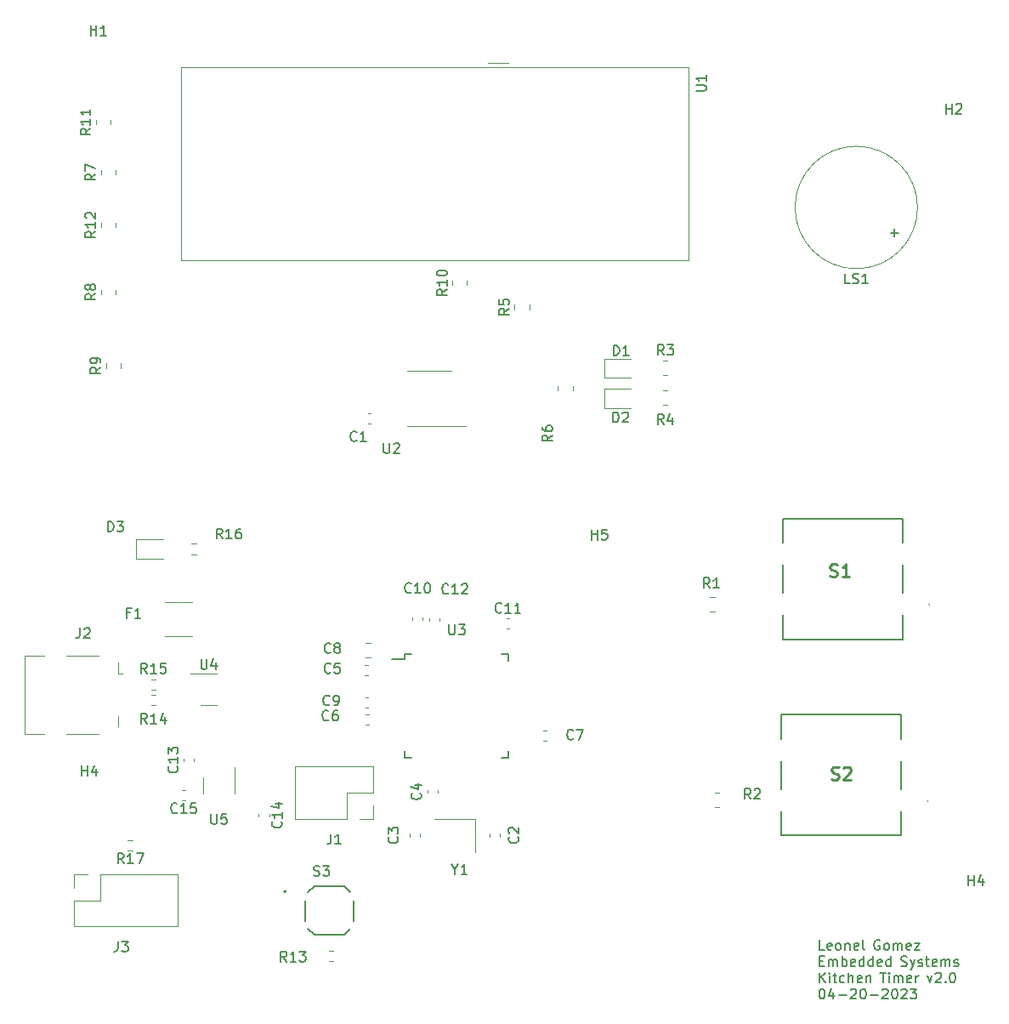
<source format=gbr>
%TF.GenerationSoftware,KiCad,Pcbnew,(7.0.0)*%
%TF.CreationDate,2023-04-24T10:14:55-06:00*%
%TF.ProjectId,Phase_B_ATMEGA_v3,50686173-655f-4425-9f41-544d4547415f,rev?*%
%TF.SameCoordinates,Original*%
%TF.FileFunction,Legend,Top*%
%TF.FilePolarity,Positive*%
%FSLAX46Y46*%
G04 Gerber Fmt 4.6, Leading zero omitted, Abs format (unit mm)*
G04 Created by KiCad (PCBNEW (7.0.0)) date 2023-04-24 10:14:55*
%MOMM*%
%LPD*%
G01*
G04 APERTURE LIST*
%ADD10C,0.150000*%
%ADD11C,0.254000*%
%ADD12C,0.120000*%
%ADD13C,0.100000*%
%ADD14C,0.200000*%
%ADD15C,0.127000*%
G04 APERTURE END LIST*
D10*
X176314285Y-140422380D02*
X175838095Y-140422380D01*
X175838095Y-140422380D02*
X175838095Y-139422380D01*
X177028571Y-140374761D02*
X176933333Y-140422380D01*
X176933333Y-140422380D02*
X176742857Y-140422380D01*
X176742857Y-140422380D02*
X176647619Y-140374761D01*
X176647619Y-140374761D02*
X176600000Y-140279523D01*
X176600000Y-140279523D02*
X176600000Y-139898571D01*
X176600000Y-139898571D02*
X176647619Y-139803333D01*
X176647619Y-139803333D02*
X176742857Y-139755714D01*
X176742857Y-139755714D02*
X176933333Y-139755714D01*
X176933333Y-139755714D02*
X177028571Y-139803333D01*
X177028571Y-139803333D02*
X177076190Y-139898571D01*
X177076190Y-139898571D02*
X177076190Y-139993809D01*
X177076190Y-139993809D02*
X176600000Y-140089047D01*
X177647619Y-140422380D02*
X177552381Y-140374761D01*
X177552381Y-140374761D02*
X177504762Y-140327142D01*
X177504762Y-140327142D02*
X177457143Y-140231904D01*
X177457143Y-140231904D02*
X177457143Y-139946190D01*
X177457143Y-139946190D02*
X177504762Y-139850952D01*
X177504762Y-139850952D02*
X177552381Y-139803333D01*
X177552381Y-139803333D02*
X177647619Y-139755714D01*
X177647619Y-139755714D02*
X177790476Y-139755714D01*
X177790476Y-139755714D02*
X177885714Y-139803333D01*
X177885714Y-139803333D02*
X177933333Y-139850952D01*
X177933333Y-139850952D02*
X177980952Y-139946190D01*
X177980952Y-139946190D02*
X177980952Y-140231904D01*
X177980952Y-140231904D02*
X177933333Y-140327142D01*
X177933333Y-140327142D02*
X177885714Y-140374761D01*
X177885714Y-140374761D02*
X177790476Y-140422380D01*
X177790476Y-140422380D02*
X177647619Y-140422380D01*
X178409524Y-139755714D02*
X178409524Y-140422380D01*
X178409524Y-139850952D02*
X178457143Y-139803333D01*
X178457143Y-139803333D02*
X178552381Y-139755714D01*
X178552381Y-139755714D02*
X178695238Y-139755714D01*
X178695238Y-139755714D02*
X178790476Y-139803333D01*
X178790476Y-139803333D02*
X178838095Y-139898571D01*
X178838095Y-139898571D02*
X178838095Y-140422380D01*
X179695238Y-140374761D02*
X179600000Y-140422380D01*
X179600000Y-140422380D02*
X179409524Y-140422380D01*
X179409524Y-140422380D02*
X179314286Y-140374761D01*
X179314286Y-140374761D02*
X179266667Y-140279523D01*
X179266667Y-140279523D02*
X179266667Y-139898571D01*
X179266667Y-139898571D02*
X179314286Y-139803333D01*
X179314286Y-139803333D02*
X179409524Y-139755714D01*
X179409524Y-139755714D02*
X179600000Y-139755714D01*
X179600000Y-139755714D02*
X179695238Y-139803333D01*
X179695238Y-139803333D02*
X179742857Y-139898571D01*
X179742857Y-139898571D02*
X179742857Y-139993809D01*
X179742857Y-139993809D02*
X179266667Y-140089047D01*
X180314286Y-140422380D02*
X180219048Y-140374761D01*
X180219048Y-140374761D02*
X180171429Y-140279523D01*
X180171429Y-140279523D02*
X180171429Y-139422380D01*
X181819048Y-139470000D02*
X181723810Y-139422380D01*
X181723810Y-139422380D02*
X181580953Y-139422380D01*
X181580953Y-139422380D02*
X181438096Y-139470000D01*
X181438096Y-139470000D02*
X181342858Y-139565238D01*
X181342858Y-139565238D02*
X181295239Y-139660476D01*
X181295239Y-139660476D02*
X181247620Y-139850952D01*
X181247620Y-139850952D02*
X181247620Y-139993809D01*
X181247620Y-139993809D02*
X181295239Y-140184285D01*
X181295239Y-140184285D02*
X181342858Y-140279523D01*
X181342858Y-140279523D02*
X181438096Y-140374761D01*
X181438096Y-140374761D02*
X181580953Y-140422380D01*
X181580953Y-140422380D02*
X181676191Y-140422380D01*
X181676191Y-140422380D02*
X181819048Y-140374761D01*
X181819048Y-140374761D02*
X181866667Y-140327142D01*
X181866667Y-140327142D02*
X181866667Y-139993809D01*
X181866667Y-139993809D02*
X181676191Y-139993809D01*
X182438096Y-140422380D02*
X182342858Y-140374761D01*
X182342858Y-140374761D02*
X182295239Y-140327142D01*
X182295239Y-140327142D02*
X182247620Y-140231904D01*
X182247620Y-140231904D02*
X182247620Y-139946190D01*
X182247620Y-139946190D02*
X182295239Y-139850952D01*
X182295239Y-139850952D02*
X182342858Y-139803333D01*
X182342858Y-139803333D02*
X182438096Y-139755714D01*
X182438096Y-139755714D02*
X182580953Y-139755714D01*
X182580953Y-139755714D02*
X182676191Y-139803333D01*
X182676191Y-139803333D02*
X182723810Y-139850952D01*
X182723810Y-139850952D02*
X182771429Y-139946190D01*
X182771429Y-139946190D02*
X182771429Y-140231904D01*
X182771429Y-140231904D02*
X182723810Y-140327142D01*
X182723810Y-140327142D02*
X182676191Y-140374761D01*
X182676191Y-140374761D02*
X182580953Y-140422380D01*
X182580953Y-140422380D02*
X182438096Y-140422380D01*
X183200001Y-140422380D02*
X183200001Y-139755714D01*
X183200001Y-139850952D02*
X183247620Y-139803333D01*
X183247620Y-139803333D02*
X183342858Y-139755714D01*
X183342858Y-139755714D02*
X183485715Y-139755714D01*
X183485715Y-139755714D02*
X183580953Y-139803333D01*
X183580953Y-139803333D02*
X183628572Y-139898571D01*
X183628572Y-139898571D02*
X183628572Y-140422380D01*
X183628572Y-139898571D02*
X183676191Y-139803333D01*
X183676191Y-139803333D02*
X183771429Y-139755714D01*
X183771429Y-139755714D02*
X183914286Y-139755714D01*
X183914286Y-139755714D02*
X184009525Y-139803333D01*
X184009525Y-139803333D02*
X184057144Y-139898571D01*
X184057144Y-139898571D02*
X184057144Y-140422380D01*
X184914286Y-140374761D02*
X184819048Y-140422380D01*
X184819048Y-140422380D02*
X184628572Y-140422380D01*
X184628572Y-140422380D02*
X184533334Y-140374761D01*
X184533334Y-140374761D02*
X184485715Y-140279523D01*
X184485715Y-140279523D02*
X184485715Y-139898571D01*
X184485715Y-139898571D02*
X184533334Y-139803333D01*
X184533334Y-139803333D02*
X184628572Y-139755714D01*
X184628572Y-139755714D02*
X184819048Y-139755714D01*
X184819048Y-139755714D02*
X184914286Y-139803333D01*
X184914286Y-139803333D02*
X184961905Y-139898571D01*
X184961905Y-139898571D02*
X184961905Y-139993809D01*
X184961905Y-139993809D02*
X184485715Y-140089047D01*
X185295239Y-139755714D02*
X185819048Y-139755714D01*
X185819048Y-139755714D02*
X185295239Y-140422380D01*
X185295239Y-140422380D02*
X185819048Y-140422380D01*
X175838095Y-141518571D02*
X176171428Y-141518571D01*
X176314285Y-142042380D02*
X175838095Y-142042380D01*
X175838095Y-142042380D02*
X175838095Y-141042380D01*
X175838095Y-141042380D02*
X176314285Y-141042380D01*
X176742857Y-142042380D02*
X176742857Y-141375714D01*
X176742857Y-141470952D02*
X176790476Y-141423333D01*
X176790476Y-141423333D02*
X176885714Y-141375714D01*
X176885714Y-141375714D02*
X177028571Y-141375714D01*
X177028571Y-141375714D02*
X177123809Y-141423333D01*
X177123809Y-141423333D02*
X177171428Y-141518571D01*
X177171428Y-141518571D02*
X177171428Y-142042380D01*
X177171428Y-141518571D02*
X177219047Y-141423333D01*
X177219047Y-141423333D02*
X177314285Y-141375714D01*
X177314285Y-141375714D02*
X177457142Y-141375714D01*
X177457142Y-141375714D02*
X177552381Y-141423333D01*
X177552381Y-141423333D02*
X177600000Y-141518571D01*
X177600000Y-141518571D02*
X177600000Y-142042380D01*
X178076190Y-142042380D02*
X178076190Y-141042380D01*
X178076190Y-141423333D02*
X178171428Y-141375714D01*
X178171428Y-141375714D02*
X178361904Y-141375714D01*
X178361904Y-141375714D02*
X178457142Y-141423333D01*
X178457142Y-141423333D02*
X178504761Y-141470952D01*
X178504761Y-141470952D02*
X178552380Y-141566190D01*
X178552380Y-141566190D02*
X178552380Y-141851904D01*
X178552380Y-141851904D02*
X178504761Y-141947142D01*
X178504761Y-141947142D02*
X178457142Y-141994761D01*
X178457142Y-141994761D02*
X178361904Y-142042380D01*
X178361904Y-142042380D02*
X178171428Y-142042380D01*
X178171428Y-142042380D02*
X178076190Y-141994761D01*
X179361904Y-141994761D02*
X179266666Y-142042380D01*
X179266666Y-142042380D02*
X179076190Y-142042380D01*
X179076190Y-142042380D02*
X178980952Y-141994761D01*
X178980952Y-141994761D02*
X178933333Y-141899523D01*
X178933333Y-141899523D02*
X178933333Y-141518571D01*
X178933333Y-141518571D02*
X178980952Y-141423333D01*
X178980952Y-141423333D02*
X179076190Y-141375714D01*
X179076190Y-141375714D02*
X179266666Y-141375714D01*
X179266666Y-141375714D02*
X179361904Y-141423333D01*
X179361904Y-141423333D02*
X179409523Y-141518571D01*
X179409523Y-141518571D02*
X179409523Y-141613809D01*
X179409523Y-141613809D02*
X178933333Y-141709047D01*
X180266666Y-142042380D02*
X180266666Y-141042380D01*
X180266666Y-141994761D02*
X180171428Y-142042380D01*
X180171428Y-142042380D02*
X179980952Y-142042380D01*
X179980952Y-142042380D02*
X179885714Y-141994761D01*
X179885714Y-141994761D02*
X179838095Y-141947142D01*
X179838095Y-141947142D02*
X179790476Y-141851904D01*
X179790476Y-141851904D02*
X179790476Y-141566190D01*
X179790476Y-141566190D02*
X179838095Y-141470952D01*
X179838095Y-141470952D02*
X179885714Y-141423333D01*
X179885714Y-141423333D02*
X179980952Y-141375714D01*
X179980952Y-141375714D02*
X180171428Y-141375714D01*
X180171428Y-141375714D02*
X180266666Y-141423333D01*
X181171428Y-142042380D02*
X181171428Y-141042380D01*
X181171428Y-141994761D02*
X181076190Y-142042380D01*
X181076190Y-142042380D02*
X180885714Y-142042380D01*
X180885714Y-142042380D02*
X180790476Y-141994761D01*
X180790476Y-141994761D02*
X180742857Y-141947142D01*
X180742857Y-141947142D02*
X180695238Y-141851904D01*
X180695238Y-141851904D02*
X180695238Y-141566190D01*
X180695238Y-141566190D02*
X180742857Y-141470952D01*
X180742857Y-141470952D02*
X180790476Y-141423333D01*
X180790476Y-141423333D02*
X180885714Y-141375714D01*
X180885714Y-141375714D02*
X181076190Y-141375714D01*
X181076190Y-141375714D02*
X181171428Y-141423333D01*
X182028571Y-141994761D02*
X181933333Y-142042380D01*
X181933333Y-142042380D02*
X181742857Y-142042380D01*
X181742857Y-142042380D02*
X181647619Y-141994761D01*
X181647619Y-141994761D02*
X181600000Y-141899523D01*
X181600000Y-141899523D02*
X181600000Y-141518571D01*
X181600000Y-141518571D02*
X181647619Y-141423333D01*
X181647619Y-141423333D02*
X181742857Y-141375714D01*
X181742857Y-141375714D02*
X181933333Y-141375714D01*
X181933333Y-141375714D02*
X182028571Y-141423333D01*
X182028571Y-141423333D02*
X182076190Y-141518571D01*
X182076190Y-141518571D02*
X182076190Y-141613809D01*
X182076190Y-141613809D02*
X181600000Y-141709047D01*
X182933333Y-142042380D02*
X182933333Y-141042380D01*
X182933333Y-141994761D02*
X182838095Y-142042380D01*
X182838095Y-142042380D02*
X182647619Y-142042380D01*
X182647619Y-142042380D02*
X182552381Y-141994761D01*
X182552381Y-141994761D02*
X182504762Y-141947142D01*
X182504762Y-141947142D02*
X182457143Y-141851904D01*
X182457143Y-141851904D02*
X182457143Y-141566190D01*
X182457143Y-141566190D02*
X182504762Y-141470952D01*
X182504762Y-141470952D02*
X182552381Y-141423333D01*
X182552381Y-141423333D02*
X182647619Y-141375714D01*
X182647619Y-141375714D02*
X182838095Y-141375714D01*
X182838095Y-141375714D02*
X182933333Y-141423333D01*
X183961905Y-141994761D02*
X184104762Y-142042380D01*
X184104762Y-142042380D02*
X184342857Y-142042380D01*
X184342857Y-142042380D02*
X184438095Y-141994761D01*
X184438095Y-141994761D02*
X184485714Y-141947142D01*
X184485714Y-141947142D02*
X184533333Y-141851904D01*
X184533333Y-141851904D02*
X184533333Y-141756666D01*
X184533333Y-141756666D02*
X184485714Y-141661428D01*
X184485714Y-141661428D02*
X184438095Y-141613809D01*
X184438095Y-141613809D02*
X184342857Y-141566190D01*
X184342857Y-141566190D02*
X184152381Y-141518571D01*
X184152381Y-141518571D02*
X184057143Y-141470952D01*
X184057143Y-141470952D02*
X184009524Y-141423333D01*
X184009524Y-141423333D02*
X183961905Y-141328095D01*
X183961905Y-141328095D02*
X183961905Y-141232857D01*
X183961905Y-141232857D02*
X184009524Y-141137619D01*
X184009524Y-141137619D02*
X184057143Y-141090000D01*
X184057143Y-141090000D02*
X184152381Y-141042380D01*
X184152381Y-141042380D02*
X184390476Y-141042380D01*
X184390476Y-141042380D02*
X184533333Y-141090000D01*
X184866667Y-141375714D02*
X185104762Y-142042380D01*
X185342857Y-141375714D02*
X185104762Y-142042380D01*
X185104762Y-142042380D02*
X185009524Y-142280476D01*
X185009524Y-142280476D02*
X184961905Y-142328095D01*
X184961905Y-142328095D02*
X184866667Y-142375714D01*
X185676191Y-141994761D02*
X185771429Y-142042380D01*
X185771429Y-142042380D02*
X185961905Y-142042380D01*
X185961905Y-142042380D02*
X186057143Y-141994761D01*
X186057143Y-141994761D02*
X186104762Y-141899523D01*
X186104762Y-141899523D02*
X186104762Y-141851904D01*
X186104762Y-141851904D02*
X186057143Y-141756666D01*
X186057143Y-141756666D02*
X185961905Y-141709047D01*
X185961905Y-141709047D02*
X185819048Y-141709047D01*
X185819048Y-141709047D02*
X185723810Y-141661428D01*
X185723810Y-141661428D02*
X185676191Y-141566190D01*
X185676191Y-141566190D02*
X185676191Y-141518571D01*
X185676191Y-141518571D02*
X185723810Y-141423333D01*
X185723810Y-141423333D02*
X185819048Y-141375714D01*
X185819048Y-141375714D02*
X185961905Y-141375714D01*
X185961905Y-141375714D02*
X186057143Y-141423333D01*
X186390477Y-141375714D02*
X186771429Y-141375714D01*
X186533334Y-141042380D02*
X186533334Y-141899523D01*
X186533334Y-141899523D02*
X186580953Y-141994761D01*
X186580953Y-141994761D02*
X186676191Y-142042380D01*
X186676191Y-142042380D02*
X186771429Y-142042380D01*
X187485715Y-141994761D02*
X187390477Y-142042380D01*
X187390477Y-142042380D02*
X187200001Y-142042380D01*
X187200001Y-142042380D02*
X187104763Y-141994761D01*
X187104763Y-141994761D02*
X187057144Y-141899523D01*
X187057144Y-141899523D02*
X187057144Y-141518571D01*
X187057144Y-141518571D02*
X187104763Y-141423333D01*
X187104763Y-141423333D02*
X187200001Y-141375714D01*
X187200001Y-141375714D02*
X187390477Y-141375714D01*
X187390477Y-141375714D02*
X187485715Y-141423333D01*
X187485715Y-141423333D02*
X187533334Y-141518571D01*
X187533334Y-141518571D02*
X187533334Y-141613809D01*
X187533334Y-141613809D02*
X187057144Y-141709047D01*
X187961906Y-142042380D02*
X187961906Y-141375714D01*
X187961906Y-141470952D02*
X188009525Y-141423333D01*
X188009525Y-141423333D02*
X188104763Y-141375714D01*
X188104763Y-141375714D02*
X188247620Y-141375714D01*
X188247620Y-141375714D02*
X188342858Y-141423333D01*
X188342858Y-141423333D02*
X188390477Y-141518571D01*
X188390477Y-141518571D02*
X188390477Y-142042380D01*
X188390477Y-141518571D02*
X188438096Y-141423333D01*
X188438096Y-141423333D02*
X188533334Y-141375714D01*
X188533334Y-141375714D02*
X188676191Y-141375714D01*
X188676191Y-141375714D02*
X188771430Y-141423333D01*
X188771430Y-141423333D02*
X188819049Y-141518571D01*
X188819049Y-141518571D02*
X188819049Y-142042380D01*
X189247620Y-141994761D02*
X189342858Y-142042380D01*
X189342858Y-142042380D02*
X189533334Y-142042380D01*
X189533334Y-142042380D02*
X189628572Y-141994761D01*
X189628572Y-141994761D02*
X189676191Y-141899523D01*
X189676191Y-141899523D02*
X189676191Y-141851904D01*
X189676191Y-141851904D02*
X189628572Y-141756666D01*
X189628572Y-141756666D02*
X189533334Y-141709047D01*
X189533334Y-141709047D02*
X189390477Y-141709047D01*
X189390477Y-141709047D02*
X189295239Y-141661428D01*
X189295239Y-141661428D02*
X189247620Y-141566190D01*
X189247620Y-141566190D02*
X189247620Y-141518571D01*
X189247620Y-141518571D02*
X189295239Y-141423333D01*
X189295239Y-141423333D02*
X189390477Y-141375714D01*
X189390477Y-141375714D02*
X189533334Y-141375714D01*
X189533334Y-141375714D02*
X189628572Y-141423333D01*
X175838095Y-143662380D02*
X175838095Y-142662380D01*
X176409523Y-143662380D02*
X175980952Y-143090952D01*
X176409523Y-142662380D02*
X175838095Y-143233809D01*
X176838095Y-143662380D02*
X176838095Y-142995714D01*
X176838095Y-142662380D02*
X176790476Y-142710000D01*
X176790476Y-142710000D02*
X176838095Y-142757619D01*
X176838095Y-142757619D02*
X176885714Y-142710000D01*
X176885714Y-142710000D02*
X176838095Y-142662380D01*
X176838095Y-142662380D02*
X176838095Y-142757619D01*
X177171428Y-142995714D02*
X177552380Y-142995714D01*
X177314285Y-142662380D02*
X177314285Y-143519523D01*
X177314285Y-143519523D02*
X177361904Y-143614761D01*
X177361904Y-143614761D02*
X177457142Y-143662380D01*
X177457142Y-143662380D02*
X177552380Y-143662380D01*
X178314285Y-143614761D02*
X178219047Y-143662380D01*
X178219047Y-143662380D02*
X178028571Y-143662380D01*
X178028571Y-143662380D02*
X177933333Y-143614761D01*
X177933333Y-143614761D02*
X177885714Y-143567142D01*
X177885714Y-143567142D02*
X177838095Y-143471904D01*
X177838095Y-143471904D02*
X177838095Y-143186190D01*
X177838095Y-143186190D02*
X177885714Y-143090952D01*
X177885714Y-143090952D02*
X177933333Y-143043333D01*
X177933333Y-143043333D02*
X178028571Y-142995714D01*
X178028571Y-142995714D02*
X178219047Y-142995714D01*
X178219047Y-142995714D02*
X178314285Y-143043333D01*
X178742857Y-143662380D02*
X178742857Y-142662380D01*
X179171428Y-143662380D02*
X179171428Y-143138571D01*
X179171428Y-143138571D02*
X179123809Y-143043333D01*
X179123809Y-143043333D02*
X179028571Y-142995714D01*
X179028571Y-142995714D02*
X178885714Y-142995714D01*
X178885714Y-142995714D02*
X178790476Y-143043333D01*
X178790476Y-143043333D02*
X178742857Y-143090952D01*
X180028571Y-143614761D02*
X179933333Y-143662380D01*
X179933333Y-143662380D02*
X179742857Y-143662380D01*
X179742857Y-143662380D02*
X179647619Y-143614761D01*
X179647619Y-143614761D02*
X179600000Y-143519523D01*
X179600000Y-143519523D02*
X179600000Y-143138571D01*
X179600000Y-143138571D02*
X179647619Y-143043333D01*
X179647619Y-143043333D02*
X179742857Y-142995714D01*
X179742857Y-142995714D02*
X179933333Y-142995714D01*
X179933333Y-142995714D02*
X180028571Y-143043333D01*
X180028571Y-143043333D02*
X180076190Y-143138571D01*
X180076190Y-143138571D02*
X180076190Y-143233809D01*
X180076190Y-143233809D02*
X179600000Y-143329047D01*
X180504762Y-142995714D02*
X180504762Y-143662380D01*
X180504762Y-143090952D02*
X180552381Y-143043333D01*
X180552381Y-143043333D02*
X180647619Y-142995714D01*
X180647619Y-142995714D02*
X180790476Y-142995714D01*
X180790476Y-142995714D02*
X180885714Y-143043333D01*
X180885714Y-143043333D02*
X180933333Y-143138571D01*
X180933333Y-143138571D02*
X180933333Y-143662380D01*
X181866667Y-142662380D02*
X182438095Y-142662380D01*
X182152381Y-143662380D02*
X182152381Y-142662380D01*
X182771429Y-143662380D02*
X182771429Y-142995714D01*
X182771429Y-142662380D02*
X182723810Y-142710000D01*
X182723810Y-142710000D02*
X182771429Y-142757619D01*
X182771429Y-142757619D02*
X182819048Y-142710000D01*
X182819048Y-142710000D02*
X182771429Y-142662380D01*
X182771429Y-142662380D02*
X182771429Y-142757619D01*
X183247619Y-143662380D02*
X183247619Y-142995714D01*
X183247619Y-143090952D02*
X183295238Y-143043333D01*
X183295238Y-143043333D02*
X183390476Y-142995714D01*
X183390476Y-142995714D02*
X183533333Y-142995714D01*
X183533333Y-142995714D02*
X183628571Y-143043333D01*
X183628571Y-143043333D02*
X183676190Y-143138571D01*
X183676190Y-143138571D02*
X183676190Y-143662380D01*
X183676190Y-143138571D02*
X183723809Y-143043333D01*
X183723809Y-143043333D02*
X183819047Y-142995714D01*
X183819047Y-142995714D02*
X183961904Y-142995714D01*
X183961904Y-142995714D02*
X184057143Y-143043333D01*
X184057143Y-143043333D02*
X184104762Y-143138571D01*
X184104762Y-143138571D02*
X184104762Y-143662380D01*
X184961904Y-143614761D02*
X184866666Y-143662380D01*
X184866666Y-143662380D02*
X184676190Y-143662380D01*
X184676190Y-143662380D02*
X184580952Y-143614761D01*
X184580952Y-143614761D02*
X184533333Y-143519523D01*
X184533333Y-143519523D02*
X184533333Y-143138571D01*
X184533333Y-143138571D02*
X184580952Y-143043333D01*
X184580952Y-143043333D02*
X184676190Y-142995714D01*
X184676190Y-142995714D02*
X184866666Y-142995714D01*
X184866666Y-142995714D02*
X184961904Y-143043333D01*
X184961904Y-143043333D02*
X185009523Y-143138571D01*
X185009523Y-143138571D02*
X185009523Y-143233809D01*
X185009523Y-143233809D02*
X184533333Y-143329047D01*
X185438095Y-143662380D02*
X185438095Y-142995714D01*
X185438095Y-143186190D02*
X185485714Y-143090952D01*
X185485714Y-143090952D02*
X185533333Y-143043333D01*
X185533333Y-143043333D02*
X185628571Y-142995714D01*
X185628571Y-142995714D02*
X185723809Y-142995714D01*
X186561905Y-142995714D02*
X186800000Y-143662380D01*
X186800000Y-143662380D02*
X187038095Y-142995714D01*
X187371429Y-142757619D02*
X187419048Y-142710000D01*
X187419048Y-142710000D02*
X187514286Y-142662380D01*
X187514286Y-142662380D02*
X187752381Y-142662380D01*
X187752381Y-142662380D02*
X187847619Y-142710000D01*
X187847619Y-142710000D02*
X187895238Y-142757619D01*
X187895238Y-142757619D02*
X187942857Y-142852857D01*
X187942857Y-142852857D02*
X187942857Y-142948095D01*
X187942857Y-142948095D02*
X187895238Y-143090952D01*
X187895238Y-143090952D02*
X187323810Y-143662380D01*
X187323810Y-143662380D02*
X187942857Y-143662380D01*
X188371429Y-143567142D02*
X188419048Y-143614761D01*
X188419048Y-143614761D02*
X188371429Y-143662380D01*
X188371429Y-143662380D02*
X188323810Y-143614761D01*
X188323810Y-143614761D02*
X188371429Y-143567142D01*
X188371429Y-143567142D02*
X188371429Y-143662380D01*
X189038095Y-142662380D02*
X189133333Y-142662380D01*
X189133333Y-142662380D02*
X189228571Y-142710000D01*
X189228571Y-142710000D02*
X189276190Y-142757619D01*
X189276190Y-142757619D02*
X189323809Y-142852857D01*
X189323809Y-142852857D02*
X189371428Y-143043333D01*
X189371428Y-143043333D02*
X189371428Y-143281428D01*
X189371428Y-143281428D02*
X189323809Y-143471904D01*
X189323809Y-143471904D02*
X189276190Y-143567142D01*
X189276190Y-143567142D02*
X189228571Y-143614761D01*
X189228571Y-143614761D02*
X189133333Y-143662380D01*
X189133333Y-143662380D02*
X189038095Y-143662380D01*
X189038095Y-143662380D02*
X188942857Y-143614761D01*
X188942857Y-143614761D02*
X188895238Y-143567142D01*
X188895238Y-143567142D02*
X188847619Y-143471904D01*
X188847619Y-143471904D02*
X188800000Y-143281428D01*
X188800000Y-143281428D02*
X188800000Y-143043333D01*
X188800000Y-143043333D02*
X188847619Y-142852857D01*
X188847619Y-142852857D02*
X188895238Y-142757619D01*
X188895238Y-142757619D02*
X188942857Y-142710000D01*
X188942857Y-142710000D02*
X189038095Y-142662380D01*
X176028571Y-144282380D02*
X176123809Y-144282380D01*
X176123809Y-144282380D02*
X176219047Y-144330000D01*
X176219047Y-144330000D02*
X176266666Y-144377619D01*
X176266666Y-144377619D02*
X176314285Y-144472857D01*
X176314285Y-144472857D02*
X176361904Y-144663333D01*
X176361904Y-144663333D02*
X176361904Y-144901428D01*
X176361904Y-144901428D02*
X176314285Y-145091904D01*
X176314285Y-145091904D02*
X176266666Y-145187142D01*
X176266666Y-145187142D02*
X176219047Y-145234761D01*
X176219047Y-145234761D02*
X176123809Y-145282380D01*
X176123809Y-145282380D02*
X176028571Y-145282380D01*
X176028571Y-145282380D02*
X175933333Y-145234761D01*
X175933333Y-145234761D02*
X175885714Y-145187142D01*
X175885714Y-145187142D02*
X175838095Y-145091904D01*
X175838095Y-145091904D02*
X175790476Y-144901428D01*
X175790476Y-144901428D02*
X175790476Y-144663333D01*
X175790476Y-144663333D02*
X175838095Y-144472857D01*
X175838095Y-144472857D02*
X175885714Y-144377619D01*
X175885714Y-144377619D02*
X175933333Y-144330000D01*
X175933333Y-144330000D02*
X176028571Y-144282380D01*
X177219047Y-144615714D02*
X177219047Y-145282380D01*
X176980952Y-144234761D02*
X176742857Y-144949047D01*
X176742857Y-144949047D02*
X177361904Y-144949047D01*
X177742857Y-144901428D02*
X178504762Y-144901428D01*
X178933333Y-144377619D02*
X178980952Y-144330000D01*
X178980952Y-144330000D02*
X179076190Y-144282380D01*
X179076190Y-144282380D02*
X179314285Y-144282380D01*
X179314285Y-144282380D02*
X179409523Y-144330000D01*
X179409523Y-144330000D02*
X179457142Y-144377619D01*
X179457142Y-144377619D02*
X179504761Y-144472857D01*
X179504761Y-144472857D02*
X179504761Y-144568095D01*
X179504761Y-144568095D02*
X179457142Y-144710952D01*
X179457142Y-144710952D02*
X178885714Y-145282380D01*
X178885714Y-145282380D02*
X179504761Y-145282380D01*
X180123809Y-144282380D02*
X180219047Y-144282380D01*
X180219047Y-144282380D02*
X180314285Y-144330000D01*
X180314285Y-144330000D02*
X180361904Y-144377619D01*
X180361904Y-144377619D02*
X180409523Y-144472857D01*
X180409523Y-144472857D02*
X180457142Y-144663333D01*
X180457142Y-144663333D02*
X180457142Y-144901428D01*
X180457142Y-144901428D02*
X180409523Y-145091904D01*
X180409523Y-145091904D02*
X180361904Y-145187142D01*
X180361904Y-145187142D02*
X180314285Y-145234761D01*
X180314285Y-145234761D02*
X180219047Y-145282380D01*
X180219047Y-145282380D02*
X180123809Y-145282380D01*
X180123809Y-145282380D02*
X180028571Y-145234761D01*
X180028571Y-145234761D02*
X179980952Y-145187142D01*
X179980952Y-145187142D02*
X179933333Y-145091904D01*
X179933333Y-145091904D02*
X179885714Y-144901428D01*
X179885714Y-144901428D02*
X179885714Y-144663333D01*
X179885714Y-144663333D02*
X179933333Y-144472857D01*
X179933333Y-144472857D02*
X179980952Y-144377619D01*
X179980952Y-144377619D02*
X180028571Y-144330000D01*
X180028571Y-144330000D02*
X180123809Y-144282380D01*
X180885714Y-144901428D02*
X181647619Y-144901428D01*
X182076190Y-144377619D02*
X182123809Y-144330000D01*
X182123809Y-144330000D02*
X182219047Y-144282380D01*
X182219047Y-144282380D02*
X182457142Y-144282380D01*
X182457142Y-144282380D02*
X182552380Y-144330000D01*
X182552380Y-144330000D02*
X182599999Y-144377619D01*
X182599999Y-144377619D02*
X182647618Y-144472857D01*
X182647618Y-144472857D02*
X182647618Y-144568095D01*
X182647618Y-144568095D02*
X182599999Y-144710952D01*
X182599999Y-144710952D02*
X182028571Y-145282380D01*
X182028571Y-145282380D02*
X182647618Y-145282380D01*
X183266666Y-144282380D02*
X183361904Y-144282380D01*
X183361904Y-144282380D02*
X183457142Y-144330000D01*
X183457142Y-144330000D02*
X183504761Y-144377619D01*
X183504761Y-144377619D02*
X183552380Y-144472857D01*
X183552380Y-144472857D02*
X183599999Y-144663333D01*
X183599999Y-144663333D02*
X183599999Y-144901428D01*
X183599999Y-144901428D02*
X183552380Y-145091904D01*
X183552380Y-145091904D02*
X183504761Y-145187142D01*
X183504761Y-145187142D02*
X183457142Y-145234761D01*
X183457142Y-145234761D02*
X183361904Y-145282380D01*
X183361904Y-145282380D02*
X183266666Y-145282380D01*
X183266666Y-145282380D02*
X183171428Y-145234761D01*
X183171428Y-145234761D02*
X183123809Y-145187142D01*
X183123809Y-145187142D02*
X183076190Y-145091904D01*
X183076190Y-145091904D02*
X183028571Y-144901428D01*
X183028571Y-144901428D02*
X183028571Y-144663333D01*
X183028571Y-144663333D02*
X183076190Y-144472857D01*
X183076190Y-144472857D02*
X183123809Y-144377619D01*
X183123809Y-144377619D02*
X183171428Y-144330000D01*
X183171428Y-144330000D02*
X183266666Y-144282380D01*
X183980952Y-144377619D02*
X184028571Y-144330000D01*
X184028571Y-144330000D02*
X184123809Y-144282380D01*
X184123809Y-144282380D02*
X184361904Y-144282380D01*
X184361904Y-144282380D02*
X184457142Y-144330000D01*
X184457142Y-144330000D02*
X184504761Y-144377619D01*
X184504761Y-144377619D02*
X184552380Y-144472857D01*
X184552380Y-144472857D02*
X184552380Y-144568095D01*
X184552380Y-144568095D02*
X184504761Y-144710952D01*
X184504761Y-144710952D02*
X183933333Y-145282380D01*
X183933333Y-145282380D02*
X184552380Y-145282380D01*
X184885714Y-144282380D02*
X185504761Y-144282380D01*
X185504761Y-144282380D02*
X185171428Y-144663333D01*
X185171428Y-144663333D02*
X185314285Y-144663333D01*
X185314285Y-144663333D02*
X185409523Y-144710952D01*
X185409523Y-144710952D02*
X185457142Y-144758571D01*
X185457142Y-144758571D02*
X185504761Y-144853809D01*
X185504761Y-144853809D02*
X185504761Y-145091904D01*
X185504761Y-145091904D02*
X185457142Y-145187142D01*
X185457142Y-145187142D02*
X185409523Y-145234761D01*
X185409523Y-145234761D02*
X185314285Y-145282380D01*
X185314285Y-145282380D02*
X185028571Y-145282380D01*
X185028571Y-145282380D02*
X184933333Y-145234761D01*
X184933333Y-145234761D02*
X184885714Y-145187142D01*
%TO.C,H4*%
X102338095Y-123067380D02*
X102338095Y-122067380D01*
X102338095Y-122543571D02*
X102909523Y-122543571D01*
X102909523Y-123067380D02*
X102909523Y-122067380D01*
X103814285Y-122400714D02*
X103814285Y-123067380D01*
X103576190Y-122019761D02*
X103338095Y-122734047D01*
X103338095Y-122734047D02*
X103957142Y-122734047D01*
X190638095Y-133967380D02*
X190638095Y-132967380D01*
X190638095Y-133443571D02*
X191209523Y-133443571D01*
X191209523Y-133967380D02*
X191209523Y-132967380D01*
X192114285Y-133300714D02*
X192114285Y-133967380D01*
X191876190Y-132919761D02*
X191638095Y-133634047D01*
X191638095Y-133634047D02*
X192257142Y-133634047D01*
%TO.C,LS1*%
X178857142Y-74067380D02*
X178380952Y-74067380D01*
X178380952Y-74067380D02*
X178380952Y-73067380D01*
X179142857Y-74019761D02*
X179285714Y-74067380D01*
X179285714Y-74067380D02*
X179523809Y-74067380D01*
X179523809Y-74067380D02*
X179619047Y-74019761D01*
X179619047Y-74019761D02*
X179666666Y-73972142D01*
X179666666Y-73972142D02*
X179714285Y-73876904D01*
X179714285Y-73876904D02*
X179714285Y-73781666D01*
X179714285Y-73781666D02*
X179666666Y-73686428D01*
X179666666Y-73686428D02*
X179619047Y-73638809D01*
X179619047Y-73638809D02*
X179523809Y-73591190D01*
X179523809Y-73591190D02*
X179333333Y-73543571D01*
X179333333Y-73543571D02*
X179238095Y-73495952D01*
X179238095Y-73495952D02*
X179190476Y-73448333D01*
X179190476Y-73448333D02*
X179142857Y-73353095D01*
X179142857Y-73353095D02*
X179142857Y-73257857D01*
X179142857Y-73257857D02*
X179190476Y-73162619D01*
X179190476Y-73162619D02*
X179238095Y-73115000D01*
X179238095Y-73115000D02*
X179333333Y-73067380D01*
X179333333Y-73067380D02*
X179571428Y-73067380D01*
X179571428Y-73067380D02*
X179714285Y-73115000D01*
X180666666Y-74067380D02*
X180095238Y-74067380D01*
X180380952Y-74067380D02*
X180380952Y-73067380D01*
X180380952Y-73067380D02*
X180285714Y-73210238D01*
X180285714Y-73210238D02*
X180190476Y-73305476D01*
X180190476Y-73305476D02*
X180095238Y-73353095D01*
X182929048Y-69026428D02*
X183690953Y-69026428D01*
X183310000Y-69407380D02*
X183310000Y-68645476D01*
%TO.C,H5*%
X153138095Y-99567380D02*
X153138095Y-98567380D01*
X153138095Y-99043571D02*
X153709523Y-99043571D01*
X153709523Y-99567380D02*
X153709523Y-98567380D01*
X154661904Y-98567380D02*
X154185714Y-98567380D01*
X154185714Y-98567380D02*
X154138095Y-99043571D01*
X154138095Y-99043571D02*
X154185714Y-98995952D01*
X154185714Y-98995952D02*
X154280952Y-98948333D01*
X154280952Y-98948333D02*
X154519047Y-98948333D01*
X154519047Y-98948333D02*
X154614285Y-98995952D01*
X154614285Y-98995952D02*
X154661904Y-99043571D01*
X154661904Y-99043571D02*
X154709523Y-99138809D01*
X154709523Y-99138809D02*
X154709523Y-99376904D01*
X154709523Y-99376904D02*
X154661904Y-99472142D01*
X154661904Y-99472142D02*
X154614285Y-99519761D01*
X154614285Y-99519761D02*
X154519047Y-99567380D01*
X154519047Y-99567380D02*
X154280952Y-99567380D01*
X154280952Y-99567380D02*
X154185714Y-99519761D01*
X154185714Y-99519761D02*
X154138095Y-99472142D01*
%TO.C,R14*%
X108857142Y-117867380D02*
X108523809Y-117391190D01*
X108285714Y-117867380D02*
X108285714Y-116867380D01*
X108285714Y-116867380D02*
X108666666Y-116867380D01*
X108666666Y-116867380D02*
X108761904Y-116915000D01*
X108761904Y-116915000D02*
X108809523Y-116962619D01*
X108809523Y-116962619D02*
X108857142Y-117057857D01*
X108857142Y-117057857D02*
X108857142Y-117200714D01*
X108857142Y-117200714D02*
X108809523Y-117295952D01*
X108809523Y-117295952D02*
X108761904Y-117343571D01*
X108761904Y-117343571D02*
X108666666Y-117391190D01*
X108666666Y-117391190D02*
X108285714Y-117391190D01*
X109809523Y-117867380D02*
X109238095Y-117867380D01*
X109523809Y-117867380D02*
X109523809Y-116867380D01*
X109523809Y-116867380D02*
X109428571Y-117010238D01*
X109428571Y-117010238D02*
X109333333Y-117105476D01*
X109333333Y-117105476D02*
X109238095Y-117153095D01*
X110666666Y-117200714D02*
X110666666Y-117867380D01*
X110428571Y-116819761D02*
X110190476Y-117534047D01*
X110190476Y-117534047D02*
X110809523Y-117534047D01*
%TO.C,R13*%
X122757142Y-141567380D02*
X122423809Y-141091190D01*
X122185714Y-141567380D02*
X122185714Y-140567380D01*
X122185714Y-140567380D02*
X122566666Y-140567380D01*
X122566666Y-140567380D02*
X122661904Y-140615000D01*
X122661904Y-140615000D02*
X122709523Y-140662619D01*
X122709523Y-140662619D02*
X122757142Y-140757857D01*
X122757142Y-140757857D02*
X122757142Y-140900714D01*
X122757142Y-140900714D02*
X122709523Y-140995952D01*
X122709523Y-140995952D02*
X122661904Y-141043571D01*
X122661904Y-141043571D02*
X122566666Y-141091190D01*
X122566666Y-141091190D02*
X122185714Y-141091190D01*
X123709523Y-141567380D02*
X123138095Y-141567380D01*
X123423809Y-141567380D02*
X123423809Y-140567380D01*
X123423809Y-140567380D02*
X123328571Y-140710238D01*
X123328571Y-140710238D02*
X123233333Y-140805476D01*
X123233333Y-140805476D02*
X123138095Y-140853095D01*
X124042857Y-140567380D02*
X124661904Y-140567380D01*
X124661904Y-140567380D02*
X124328571Y-140948333D01*
X124328571Y-140948333D02*
X124471428Y-140948333D01*
X124471428Y-140948333D02*
X124566666Y-140995952D01*
X124566666Y-140995952D02*
X124614285Y-141043571D01*
X124614285Y-141043571D02*
X124661904Y-141138809D01*
X124661904Y-141138809D02*
X124661904Y-141376904D01*
X124661904Y-141376904D02*
X124614285Y-141472142D01*
X124614285Y-141472142D02*
X124566666Y-141519761D01*
X124566666Y-141519761D02*
X124471428Y-141567380D01*
X124471428Y-141567380D02*
X124185714Y-141567380D01*
X124185714Y-141567380D02*
X124090476Y-141519761D01*
X124090476Y-141519761D02*
X124042857Y-141472142D01*
%TO.C,D3*%
X104961905Y-98767380D02*
X104961905Y-97767380D01*
X104961905Y-97767380D02*
X105200000Y-97767380D01*
X105200000Y-97767380D02*
X105342857Y-97815000D01*
X105342857Y-97815000D02*
X105438095Y-97910238D01*
X105438095Y-97910238D02*
X105485714Y-98005476D01*
X105485714Y-98005476D02*
X105533333Y-98195952D01*
X105533333Y-98195952D02*
X105533333Y-98338809D01*
X105533333Y-98338809D02*
X105485714Y-98529285D01*
X105485714Y-98529285D02*
X105438095Y-98624523D01*
X105438095Y-98624523D02*
X105342857Y-98719761D01*
X105342857Y-98719761D02*
X105200000Y-98767380D01*
X105200000Y-98767380D02*
X104961905Y-98767380D01*
X105866667Y-97767380D02*
X106485714Y-97767380D01*
X106485714Y-97767380D02*
X106152381Y-98148333D01*
X106152381Y-98148333D02*
X106295238Y-98148333D01*
X106295238Y-98148333D02*
X106390476Y-98195952D01*
X106390476Y-98195952D02*
X106438095Y-98243571D01*
X106438095Y-98243571D02*
X106485714Y-98338809D01*
X106485714Y-98338809D02*
X106485714Y-98576904D01*
X106485714Y-98576904D02*
X106438095Y-98672142D01*
X106438095Y-98672142D02*
X106390476Y-98719761D01*
X106390476Y-98719761D02*
X106295238Y-98767380D01*
X106295238Y-98767380D02*
X106009524Y-98767380D01*
X106009524Y-98767380D02*
X105914286Y-98719761D01*
X105914286Y-98719761D02*
X105866667Y-98672142D01*
%TO.C,R12*%
X103717380Y-68892857D02*
X103241190Y-69226190D01*
X103717380Y-69464285D02*
X102717380Y-69464285D01*
X102717380Y-69464285D02*
X102717380Y-69083333D01*
X102717380Y-69083333D02*
X102765000Y-68988095D01*
X102765000Y-68988095D02*
X102812619Y-68940476D01*
X102812619Y-68940476D02*
X102907857Y-68892857D01*
X102907857Y-68892857D02*
X103050714Y-68892857D01*
X103050714Y-68892857D02*
X103145952Y-68940476D01*
X103145952Y-68940476D02*
X103193571Y-68988095D01*
X103193571Y-68988095D02*
X103241190Y-69083333D01*
X103241190Y-69083333D02*
X103241190Y-69464285D01*
X103717380Y-67940476D02*
X103717380Y-68511904D01*
X103717380Y-68226190D02*
X102717380Y-68226190D01*
X102717380Y-68226190D02*
X102860238Y-68321428D01*
X102860238Y-68321428D02*
X102955476Y-68416666D01*
X102955476Y-68416666D02*
X103003095Y-68511904D01*
X102812619Y-67559523D02*
X102765000Y-67511904D01*
X102765000Y-67511904D02*
X102717380Y-67416666D01*
X102717380Y-67416666D02*
X102717380Y-67178571D01*
X102717380Y-67178571D02*
X102765000Y-67083333D01*
X102765000Y-67083333D02*
X102812619Y-67035714D01*
X102812619Y-67035714D02*
X102907857Y-66988095D01*
X102907857Y-66988095D02*
X103003095Y-66988095D01*
X103003095Y-66988095D02*
X103145952Y-67035714D01*
X103145952Y-67035714D02*
X103717380Y-67607142D01*
X103717380Y-67607142D02*
X103717380Y-66988095D01*
%TO.C,D1*%
X155324405Y-81217380D02*
X155324405Y-80217380D01*
X155324405Y-80217380D02*
X155562500Y-80217380D01*
X155562500Y-80217380D02*
X155705357Y-80265000D01*
X155705357Y-80265000D02*
X155800595Y-80360238D01*
X155800595Y-80360238D02*
X155848214Y-80455476D01*
X155848214Y-80455476D02*
X155895833Y-80645952D01*
X155895833Y-80645952D02*
X155895833Y-80788809D01*
X155895833Y-80788809D02*
X155848214Y-80979285D01*
X155848214Y-80979285D02*
X155800595Y-81074523D01*
X155800595Y-81074523D02*
X155705357Y-81169761D01*
X155705357Y-81169761D02*
X155562500Y-81217380D01*
X155562500Y-81217380D02*
X155324405Y-81217380D01*
X156848214Y-81217380D02*
X156276786Y-81217380D01*
X156562500Y-81217380D02*
X156562500Y-80217380D01*
X156562500Y-80217380D02*
X156467262Y-80360238D01*
X156467262Y-80360238D02*
X156372024Y-80455476D01*
X156372024Y-80455476D02*
X156276786Y-80503095D01*
%TO.C,C2*%
X145772142Y-129166666D02*
X145819761Y-129214285D01*
X145819761Y-129214285D02*
X145867380Y-129357142D01*
X145867380Y-129357142D02*
X145867380Y-129452380D01*
X145867380Y-129452380D02*
X145819761Y-129595237D01*
X145819761Y-129595237D02*
X145724523Y-129690475D01*
X145724523Y-129690475D02*
X145629285Y-129738094D01*
X145629285Y-129738094D02*
X145438809Y-129785713D01*
X145438809Y-129785713D02*
X145295952Y-129785713D01*
X145295952Y-129785713D02*
X145105476Y-129738094D01*
X145105476Y-129738094D02*
X145010238Y-129690475D01*
X145010238Y-129690475D02*
X144915000Y-129595237D01*
X144915000Y-129595237D02*
X144867380Y-129452380D01*
X144867380Y-129452380D02*
X144867380Y-129357142D01*
X144867380Y-129357142D02*
X144915000Y-129214285D01*
X144915000Y-129214285D02*
X144962619Y-129166666D01*
X144962619Y-128785713D02*
X144915000Y-128738094D01*
X144915000Y-128738094D02*
X144867380Y-128642856D01*
X144867380Y-128642856D02*
X144867380Y-128404761D01*
X144867380Y-128404761D02*
X144915000Y-128309523D01*
X144915000Y-128309523D02*
X144962619Y-128261904D01*
X144962619Y-128261904D02*
X145057857Y-128214285D01*
X145057857Y-128214285D02*
X145153095Y-128214285D01*
X145153095Y-128214285D02*
X145295952Y-128261904D01*
X145295952Y-128261904D02*
X145867380Y-128833332D01*
X145867380Y-128833332D02*
X145867380Y-128214285D01*
%TO.C,C10*%
X135157142Y-104772142D02*
X135109523Y-104819761D01*
X135109523Y-104819761D02*
X134966666Y-104867380D01*
X134966666Y-104867380D02*
X134871428Y-104867380D01*
X134871428Y-104867380D02*
X134728571Y-104819761D01*
X134728571Y-104819761D02*
X134633333Y-104724523D01*
X134633333Y-104724523D02*
X134585714Y-104629285D01*
X134585714Y-104629285D02*
X134538095Y-104438809D01*
X134538095Y-104438809D02*
X134538095Y-104295952D01*
X134538095Y-104295952D02*
X134585714Y-104105476D01*
X134585714Y-104105476D02*
X134633333Y-104010238D01*
X134633333Y-104010238D02*
X134728571Y-103915000D01*
X134728571Y-103915000D02*
X134871428Y-103867380D01*
X134871428Y-103867380D02*
X134966666Y-103867380D01*
X134966666Y-103867380D02*
X135109523Y-103915000D01*
X135109523Y-103915000D02*
X135157142Y-103962619D01*
X136109523Y-104867380D02*
X135538095Y-104867380D01*
X135823809Y-104867380D02*
X135823809Y-103867380D01*
X135823809Y-103867380D02*
X135728571Y-104010238D01*
X135728571Y-104010238D02*
X135633333Y-104105476D01*
X135633333Y-104105476D02*
X135538095Y-104153095D01*
X136728571Y-103867380D02*
X136823809Y-103867380D01*
X136823809Y-103867380D02*
X136919047Y-103915000D01*
X136919047Y-103915000D02*
X136966666Y-103962619D01*
X136966666Y-103962619D02*
X137014285Y-104057857D01*
X137014285Y-104057857D02*
X137061904Y-104248333D01*
X137061904Y-104248333D02*
X137061904Y-104486428D01*
X137061904Y-104486428D02*
X137014285Y-104676904D01*
X137014285Y-104676904D02*
X136966666Y-104772142D01*
X136966666Y-104772142D02*
X136919047Y-104819761D01*
X136919047Y-104819761D02*
X136823809Y-104867380D01*
X136823809Y-104867380D02*
X136728571Y-104867380D01*
X136728571Y-104867380D02*
X136633333Y-104819761D01*
X136633333Y-104819761D02*
X136585714Y-104772142D01*
X136585714Y-104772142D02*
X136538095Y-104676904D01*
X136538095Y-104676904D02*
X136490476Y-104486428D01*
X136490476Y-104486428D02*
X136490476Y-104248333D01*
X136490476Y-104248333D02*
X136538095Y-104057857D01*
X136538095Y-104057857D02*
X136585714Y-103962619D01*
X136585714Y-103962619D02*
X136633333Y-103915000D01*
X136633333Y-103915000D02*
X136728571Y-103867380D01*
%TO.C,C12*%
X138857142Y-104872142D02*
X138809523Y-104919761D01*
X138809523Y-104919761D02*
X138666666Y-104967380D01*
X138666666Y-104967380D02*
X138571428Y-104967380D01*
X138571428Y-104967380D02*
X138428571Y-104919761D01*
X138428571Y-104919761D02*
X138333333Y-104824523D01*
X138333333Y-104824523D02*
X138285714Y-104729285D01*
X138285714Y-104729285D02*
X138238095Y-104538809D01*
X138238095Y-104538809D02*
X138238095Y-104395952D01*
X138238095Y-104395952D02*
X138285714Y-104205476D01*
X138285714Y-104205476D02*
X138333333Y-104110238D01*
X138333333Y-104110238D02*
X138428571Y-104015000D01*
X138428571Y-104015000D02*
X138571428Y-103967380D01*
X138571428Y-103967380D02*
X138666666Y-103967380D01*
X138666666Y-103967380D02*
X138809523Y-104015000D01*
X138809523Y-104015000D02*
X138857142Y-104062619D01*
X139809523Y-104967380D02*
X139238095Y-104967380D01*
X139523809Y-104967380D02*
X139523809Y-103967380D01*
X139523809Y-103967380D02*
X139428571Y-104110238D01*
X139428571Y-104110238D02*
X139333333Y-104205476D01*
X139333333Y-104205476D02*
X139238095Y-104253095D01*
X140190476Y-104062619D02*
X140238095Y-104015000D01*
X140238095Y-104015000D02*
X140333333Y-103967380D01*
X140333333Y-103967380D02*
X140571428Y-103967380D01*
X140571428Y-103967380D02*
X140666666Y-104015000D01*
X140666666Y-104015000D02*
X140714285Y-104062619D01*
X140714285Y-104062619D02*
X140761904Y-104157857D01*
X140761904Y-104157857D02*
X140761904Y-104253095D01*
X140761904Y-104253095D02*
X140714285Y-104395952D01*
X140714285Y-104395952D02*
X140142857Y-104967380D01*
X140142857Y-104967380D02*
X140761904Y-104967380D01*
%TO.C,R4*%
X160305833Y-88067380D02*
X159972500Y-87591190D01*
X159734405Y-88067380D02*
X159734405Y-87067380D01*
X159734405Y-87067380D02*
X160115357Y-87067380D01*
X160115357Y-87067380D02*
X160210595Y-87115000D01*
X160210595Y-87115000D02*
X160258214Y-87162619D01*
X160258214Y-87162619D02*
X160305833Y-87257857D01*
X160305833Y-87257857D02*
X160305833Y-87400714D01*
X160305833Y-87400714D02*
X160258214Y-87495952D01*
X160258214Y-87495952D02*
X160210595Y-87543571D01*
X160210595Y-87543571D02*
X160115357Y-87591190D01*
X160115357Y-87591190D02*
X159734405Y-87591190D01*
X161162976Y-87400714D02*
X161162976Y-88067380D01*
X160924881Y-87019761D02*
X160686786Y-87734047D01*
X160686786Y-87734047D02*
X161305833Y-87734047D01*
D11*
%TO.C,S2*%
X177032380Y-123406097D02*
X177213809Y-123466573D01*
X177213809Y-123466573D02*
X177516190Y-123466573D01*
X177516190Y-123466573D02*
X177637142Y-123406097D01*
X177637142Y-123406097D02*
X177697618Y-123345621D01*
X177697618Y-123345621D02*
X177758095Y-123224669D01*
X177758095Y-123224669D02*
X177758095Y-123103716D01*
X177758095Y-123103716D02*
X177697618Y-122982764D01*
X177697618Y-122982764D02*
X177637142Y-122922288D01*
X177637142Y-122922288D02*
X177516190Y-122861811D01*
X177516190Y-122861811D02*
X177274285Y-122801335D01*
X177274285Y-122801335D02*
X177153333Y-122740859D01*
X177153333Y-122740859D02*
X177092856Y-122680383D01*
X177092856Y-122680383D02*
X177032380Y-122559430D01*
X177032380Y-122559430D02*
X177032380Y-122438478D01*
X177032380Y-122438478D02*
X177092856Y-122317526D01*
X177092856Y-122317526D02*
X177153333Y-122257050D01*
X177153333Y-122257050D02*
X177274285Y-122196573D01*
X177274285Y-122196573D02*
X177576666Y-122196573D01*
X177576666Y-122196573D02*
X177758095Y-122257050D01*
X178241904Y-122317526D02*
X178302380Y-122257050D01*
X178302380Y-122257050D02*
X178423333Y-122196573D01*
X178423333Y-122196573D02*
X178725714Y-122196573D01*
X178725714Y-122196573D02*
X178846666Y-122257050D01*
X178846666Y-122257050D02*
X178907142Y-122317526D01*
X178907142Y-122317526D02*
X178967619Y-122438478D01*
X178967619Y-122438478D02*
X178967619Y-122559430D01*
X178967619Y-122559430D02*
X178907142Y-122740859D01*
X178907142Y-122740859D02*
X178181428Y-123466573D01*
X178181428Y-123466573D02*
X178967619Y-123466573D01*
D10*
%TO.C,R16*%
X116357142Y-99467380D02*
X116023809Y-98991190D01*
X115785714Y-99467380D02*
X115785714Y-98467380D01*
X115785714Y-98467380D02*
X116166666Y-98467380D01*
X116166666Y-98467380D02*
X116261904Y-98515000D01*
X116261904Y-98515000D02*
X116309523Y-98562619D01*
X116309523Y-98562619D02*
X116357142Y-98657857D01*
X116357142Y-98657857D02*
X116357142Y-98800714D01*
X116357142Y-98800714D02*
X116309523Y-98895952D01*
X116309523Y-98895952D02*
X116261904Y-98943571D01*
X116261904Y-98943571D02*
X116166666Y-98991190D01*
X116166666Y-98991190D02*
X115785714Y-98991190D01*
X117309523Y-99467380D02*
X116738095Y-99467380D01*
X117023809Y-99467380D02*
X117023809Y-98467380D01*
X117023809Y-98467380D02*
X116928571Y-98610238D01*
X116928571Y-98610238D02*
X116833333Y-98705476D01*
X116833333Y-98705476D02*
X116738095Y-98753095D01*
X118166666Y-98467380D02*
X117976190Y-98467380D01*
X117976190Y-98467380D02*
X117880952Y-98515000D01*
X117880952Y-98515000D02*
X117833333Y-98562619D01*
X117833333Y-98562619D02*
X117738095Y-98705476D01*
X117738095Y-98705476D02*
X117690476Y-98895952D01*
X117690476Y-98895952D02*
X117690476Y-99276904D01*
X117690476Y-99276904D02*
X117738095Y-99372142D01*
X117738095Y-99372142D02*
X117785714Y-99419761D01*
X117785714Y-99419761D02*
X117880952Y-99467380D01*
X117880952Y-99467380D02*
X118071428Y-99467380D01*
X118071428Y-99467380D02*
X118166666Y-99419761D01*
X118166666Y-99419761D02*
X118214285Y-99372142D01*
X118214285Y-99372142D02*
X118261904Y-99276904D01*
X118261904Y-99276904D02*
X118261904Y-99038809D01*
X118261904Y-99038809D02*
X118214285Y-98943571D01*
X118214285Y-98943571D02*
X118166666Y-98895952D01*
X118166666Y-98895952D02*
X118071428Y-98848333D01*
X118071428Y-98848333D02*
X117880952Y-98848333D01*
X117880952Y-98848333D02*
X117785714Y-98895952D01*
X117785714Y-98895952D02*
X117738095Y-98943571D01*
X117738095Y-98943571D02*
X117690476Y-99038809D01*
%TO.C,R7*%
X103717380Y-63166666D02*
X103241190Y-63499999D01*
X103717380Y-63738094D02*
X102717380Y-63738094D01*
X102717380Y-63738094D02*
X102717380Y-63357142D01*
X102717380Y-63357142D02*
X102765000Y-63261904D01*
X102765000Y-63261904D02*
X102812619Y-63214285D01*
X102812619Y-63214285D02*
X102907857Y-63166666D01*
X102907857Y-63166666D02*
X103050714Y-63166666D01*
X103050714Y-63166666D02*
X103145952Y-63214285D01*
X103145952Y-63214285D02*
X103193571Y-63261904D01*
X103193571Y-63261904D02*
X103241190Y-63357142D01*
X103241190Y-63357142D02*
X103241190Y-63738094D01*
X102717380Y-62833332D02*
X102717380Y-62166666D01*
X102717380Y-62166666D02*
X103717380Y-62595237D01*
%TO.C,C8*%
X127133333Y-110772142D02*
X127085714Y-110819761D01*
X127085714Y-110819761D02*
X126942857Y-110867380D01*
X126942857Y-110867380D02*
X126847619Y-110867380D01*
X126847619Y-110867380D02*
X126704762Y-110819761D01*
X126704762Y-110819761D02*
X126609524Y-110724523D01*
X126609524Y-110724523D02*
X126561905Y-110629285D01*
X126561905Y-110629285D02*
X126514286Y-110438809D01*
X126514286Y-110438809D02*
X126514286Y-110295952D01*
X126514286Y-110295952D02*
X126561905Y-110105476D01*
X126561905Y-110105476D02*
X126609524Y-110010238D01*
X126609524Y-110010238D02*
X126704762Y-109915000D01*
X126704762Y-109915000D02*
X126847619Y-109867380D01*
X126847619Y-109867380D02*
X126942857Y-109867380D01*
X126942857Y-109867380D02*
X127085714Y-109915000D01*
X127085714Y-109915000D02*
X127133333Y-109962619D01*
X127704762Y-110295952D02*
X127609524Y-110248333D01*
X127609524Y-110248333D02*
X127561905Y-110200714D01*
X127561905Y-110200714D02*
X127514286Y-110105476D01*
X127514286Y-110105476D02*
X127514286Y-110057857D01*
X127514286Y-110057857D02*
X127561905Y-109962619D01*
X127561905Y-109962619D02*
X127609524Y-109915000D01*
X127609524Y-109915000D02*
X127704762Y-109867380D01*
X127704762Y-109867380D02*
X127895238Y-109867380D01*
X127895238Y-109867380D02*
X127990476Y-109915000D01*
X127990476Y-109915000D02*
X128038095Y-109962619D01*
X128038095Y-109962619D02*
X128085714Y-110057857D01*
X128085714Y-110057857D02*
X128085714Y-110105476D01*
X128085714Y-110105476D02*
X128038095Y-110200714D01*
X128038095Y-110200714D02*
X127990476Y-110248333D01*
X127990476Y-110248333D02*
X127895238Y-110295952D01*
X127895238Y-110295952D02*
X127704762Y-110295952D01*
X127704762Y-110295952D02*
X127609524Y-110343571D01*
X127609524Y-110343571D02*
X127561905Y-110391190D01*
X127561905Y-110391190D02*
X127514286Y-110486428D01*
X127514286Y-110486428D02*
X127514286Y-110676904D01*
X127514286Y-110676904D02*
X127561905Y-110772142D01*
X127561905Y-110772142D02*
X127609524Y-110819761D01*
X127609524Y-110819761D02*
X127704762Y-110867380D01*
X127704762Y-110867380D02*
X127895238Y-110867380D01*
X127895238Y-110867380D02*
X127990476Y-110819761D01*
X127990476Y-110819761D02*
X128038095Y-110772142D01*
X128038095Y-110772142D02*
X128085714Y-110676904D01*
X128085714Y-110676904D02*
X128085714Y-110486428D01*
X128085714Y-110486428D02*
X128038095Y-110391190D01*
X128038095Y-110391190D02*
X127990476Y-110343571D01*
X127990476Y-110343571D02*
X127895238Y-110295952D01*
%TO.C,U3*%
X138938095Y-108017380D02*
X138938095Y-108826904D01*
X138938095Y-108826904D02*
X138985714Y-108922142D01*
X138985714Y-108922142D02*
X139033333Y-108969761D01*
X139033333Y-108969761D02*
X139128571Y-109017380D01*
X139128571Y-109017380D02*
X139319047Y-109017380D01*
X139319047Y-109017380D02*
X139414285Y-108969761D01*
X139414285Y-108969761D02*
X139461904Y-108922142D01*
X139461904Y-108922142D02*
X139509523Y-108826904D01*
X139509523Y-108826904D02*
X139509523Y-108017380D01*
X139890476Y-108017380D02*
X140509523Y-108017380D01*
X140509523Y-108017380D02*
X140176190Y-108398333D01*
X140176190Y-108398333D02*
X140319047Y-108398333D01*
X140319047Y-108398333D02*
X140414285Y-108445952D01*
X140414285Y-108445952D02*
X140461904Y-108493571D01*
X140461904Y-108493571D02*
X140509523Y-108588809D01*
X140509523Y-108588809D02*
X140509523Y-108826904D01*
X140509523Y-108826904D02*
X140461904Y-108922142D01*
X140461904Y-108922142D02*
X140414285Y-108969761D01*
X140414285Y-108969761D02*
X140319047Y-109017380D01*
X140319047Y-109017380D02*
X140033333Y-109017380D01*
X140033333Y-109017380D02*
X139938095Y-108969761D01*
X139938095Y-108969761D02*
X139890476Y-108922142D01*
D11*
%TO.C,S1*%
X176882380Y-103206097D02*
X177063809Y-103266573D01*
X177063809Y-103266573D02*
X177366190Y-103266573D01*
X177366190Y-103266573D02*
X177487142Y-103206097D01*
X177487142Y-103206097D02*
X177547618Y-103145621D01*
X177547618Y-103145621D02*
X177608095Y-103024669D01*
X177608095Y-103024669D02*
X177608095Y-102903716D01*
X177608095Y-102903716D02*
X177547618Y-102782764D01*
X177547618Y-102782764D02*
X177487142Y-102722288D01*
X177487142Y-102722288D02*
X177366190Y-102661811D01*
X177366190Y-102661811D02*
X177124285Y-102601335D01*
X177124285Y-102601335D02*
X177003333Y-102540859D01*
X177003333Y-102540859D02*
X176942856Y-102480383D01*
X176942856Y-102480383D02*
X176882380Y-102359430D01*
X176882380Y-102359430D02*
X176882380Y-102238478D01*
X176882380Y-102238478D02*
X176942856Y-102117526D01*
X176942856Y-102117526D02*
X177003333Y-102057050D01*
X177003333Y-102057050D02*
X177124285Y-101996573D01*
X177124285Y-101996573D02*
X177426666Y-101996573D01*
X177426666Y-101996573D02*
X177608095Y-102057050D01*
X178817619Y-103266573D02*
X178091904Y-103266573D01*
X178454761Y-103266573D02*
X178454761Y-101996573D01*
X178454761Y-101996573D02*
X178333809Y-102178002D01*
X178333809Y-102178002D02*
X178212857Y-102298954D01*
X178212857Y-102298954D02*
X178091904Y-102359430D01*
D10*
%TO.C,C11*%
X144157142Y-106762142D02*
X144109523Y-106809761D01*
X144109523Y-106809761D02*
X143966666Y-106857380D01*
X143966666Y-106857380D02*
X143871428Y-106857380D01*
X143871428Y-106857380D02*
X143728571Y-106809761D01*
X143728571Y-106809761D02*
X143633333Y-106714523D01*
X143633333Y-106714523D02*
X143585714Y-106619285D01*
X143585714Y-106619285D02*
X143538095Y-106428809D01*
X143538095Y-106428809D02*
X143538095Y-106285952D01*
X143538095Y-106285952D02*
X143585714Y-106095476D01*
X143585714Y-106095476D02*
X143633333Y-106000238D01*
X143633333Y-106000238D02*
X143728571Y-105905000D01*
X143728571Y-105905000D02*
X143871428Y-105857380D01*
X143871428Y-105857380D02*
X143966666Y-105857380D01*
X143966666Y-105857380D02*
X144109523Y-105905000D01*
X144109523Y-105905000D02*
X144157142Y-105952619D01*
X145109523Y-106857380D02*
X144538095Y-106857380D01*
X144823809Y-106857380D02*
X144823809Y-105857380D01*
X144823809Y-105857380D02*
X144728571Y-106000238D01*
X144728571Y-106000238D02*
X144633333Y-106095476D01*
X144633333Y-106095476D02*
X144538095Y-106143095D01*
X146061904Y-106857380D02*
X145490476Y-106857380D01*
X145776190Y-106857380D02*
X145776190Y-105857380D01*
X145776190Y-105857380D02*
X145680952Y-106000238D01*
X145680952Y-106000238D02*
X145585714Y-106095476D01*
X145585714Y-106095476D02*
X145490476Y-106143095D01*
%TO.C,C5*%
X127133333Y-112772142D02*
X127085714Y-112819761D01*
X127085714Y-112819761D02*
X126942857Y-112867380D01*
X126942857Y-112867380D02*
X126847619Y-112867380D01*
X126847619Y-112867380D02*
X126704762Y-112819761D01*
X126704762Y-112819761D02*
X126609524Y-112724523D01*
X126609524Y-112724523D02*
X126561905Y-112629285D01*
X126561905Y-112629285D02*
X126514286Y-112438809D01*
X126514286Y-112438809D02*
X126514286Y-112295952D01*
X126514286Y-112295952D02*
X126561905Y-112105476D01*
X126561905Y-112105476D02*
X126609524Y-112010238D01*
X126609524Y-112010238D02*
X126704762Y-111915000D01*
X126704762Y-111915000D02*
X126847619Y-111867380D01*
X126847619Y-111867380D02*
X126942857Y-111867380D01*
X126942857Y-111867380D02*
X127085714Y-111915000D01*
X127085714Y-111915000D02*
X127133333Y-111962619D01*
X128038095Y-111867380D02*
X127561905Y-111867380D01*
X127561905Y-111867380D02*
X127514286Y-112343571D01*
X127514286Y-112343571D02*
X127561905Y-112295952D01*
X127561905Y-112295952D02*
X127657143Y-112248333D01*
X127657143Y-112248333D02*
X127895238Y-112248333D01*
X127895238Y-112248333D02*
X127990476Y-112295952D01*
X127990476Y-112295952D02*
X128038095Y-112343571D01*
X128038095Y-112343571D02*
X128085714Y-112438809D01*
X128085714Y-112438809D02*
X128085714Y-112676904D01*
X128085714Y-112676904D02*
X128038095Y-112772142D01*
X128038095Y-112772142D02*
X127990476Y-112819761D01*
X127990476Y-112819761D02*
X127895238Y-112867380D01*
X127895238Y-112867380D02*
X127657143Y-112867380D01*
X127657143Y-112867380D02*
X127561905Y-112819761D01*
X127561905Y-112819761D02*
X127514286Y-112772142D01*
%TO.C,U2*%
X132438095Y-89967380D02*
X132438095Y-90776904D01*
X132438095Y-90776904D02*
X132485714Y-90872142D01*
X132485714Y-90872142D02*
X132533333Y-90919761D01*
X132533333Y-90919761D02*
X132628571Y-90967380D01*
X132628571Y-90967380D02*
X132819047Y-90967380D01*
X132819047Y-90967380D02*
X132914285Y-90919761D01*
X132914285Y-90919761D02*
X132961904Y-90872142D01*
X132961904Y-90872142D02*
X133009523Y-90776904D01*
X133009523Y-90776904D02*
X133009523Y-89967380D01*
X133438095Y-90062619D02*
X133485714Y-90015000D01*
X133485714Y-90015000D02*
X133580952Y-89967380D01*
X133580952Y-89967380D02*
X133819047Y-89967380D01*
X133819047Y-89967380D02*
X133914285Y-90015000D01*
X133914285Y-90015000D02*
X133961904Y-90062619D01*
X133961904Y-90062619D02*
X134009523Y-90157857D01*
X134009523Y-90157857D02*
X134009523Y-90253095D01*
X134009523Y-90253095D02*
X133961904Y-90395952D01*
X133961904Y-90395952D02*
X133390476Y-90967380D01*
X133390476Y-90967380D02*
X134009523Y-90967380D01*
%TO.C,J3*%
X105966666Y-139567380D02*
X105966666Y-140281666D01*
X105966666Y-140281666D02*
X105919047Y-140424523D01*
X105919047Y-140424523D02*
X105823809Y-140519761D01*
X105823809Y-140519761D02*
X105680952Y-140567380D01*
X105680952Y-140567380D02*
X105585714Y-140567380D01*
X106347619Y-139567380D02*
X106966666Y-139567380D01*
X106966666Y-139567380D02*
X106633333Y-139948333D01*
X106633333Y-139948333D02*
X106776190Y-139948333D01*
X106776190Y-139948333D02*
X106871428Y-139995952D01*
X106871428Y-139995952D02*
X106919047Y-140043571D01*
X106919047Y-140043571D02*
X106966666Y-140138809D01*
X106966666Y-140138809D02*
X106966666Y-140376904D01*
X106966666Y-140376904D02*
X106919047Y-140472142D01*
X106919047Y-140472142D02*
X106871428Y-140519761D01*
X106871428Y-140519761D02*
X106776190Y-140567380D01*
X106776190Y-140567380D02*
X106490476Y-140567380D01*
X106490476Y-140567380D02*
X106395238Y-140519761D01*
X106395238Y-140519761D02*
X106347619Y-140472142D01*
%TO.C,C3*%
X133772142Y-129166666D02*
X133819761Y-129214285D01*
X133819761Y-129214285D02*
X133867380Y-129357142D01*
X133867380Y-129357142D02*
X133867380Y-129452380D01*
X133867380Y-129452380D02*
X133819761Y-129595237D01*
X133819761Y-129595237D02*
X133724523Y-129690475D01*
X133724523Y-129690475D02*
X133629285Y-129738094D01*
X133629285Y-129738094D02*
X133438809Y-129785713D01*
X133438809Y-129785713D02*
X133295952Y-129785713D01*
X133295952Y-129785713D02*
X133105476Y-129738094D01*
X133105476Y-129738094D02*
X133010238Y-129690475D01*
X133010238Y-129690475D02*
X132915000Y-129595237D01*
X132915000Y-129595237D02*
X132867380Y-129452380D01*
X132867380Y-129452380D02*
X132867380Y-129357142D01*
X132867380Y-129357142D02*
X132915000Y-129214285D01*
X132915000Y-129214285D02*
X132962619Y-129166666D01*
X132867380Y-128833332D02*
X132867380Y-128214285D01*
X132867380Y-128214285D02*
X133248333Y-128547618D01*
X133248333Y-128547618D02*
X133248333Y-128404761D01*
X133248333Y-128404761D02*
X133295952Y-128309523D01*
X133295952Y-128309523D02*
X133343571Y-128261904D01*
X133343571Y-128261904D02*
X133438809Y-128214285D01*
X133438809Y-128214285D02*
X133676904Y-128214285D01*
X133676904Y-128214285D02*
X133772142Y-128261904D01*
X133772142Y-128261904D02*
X133819761Y-128309523D01*
X133819761Y-128309523D02*
X133867380Y-128404761D01*
X133867380Y-128404761D02*
X133867380Y-128690475D01*
X133867380Y-128690475D02*
X133819761Y-128785713D01*
X133819761Y-128785713D02*
X133772142Y-128833332D01*
%TO.C,C7*%
X151308333Y-119372142D02*
X151260714Y-119419761D01*
X151260714Y-119419761D02*
X151117857Y-119467380D01*
X151117857Y-119467380D02*
X151022619Y-119467380D01*
X151022619Y-119467380D02*
X150879762Y-119419761D01*
X150879762Y-119419761D02*
X150784524Y-119324523D01*
X150784524Y-119324523D02*
X150736905Y-119229285D01*
X150736905Y-119229285D02*
X150689286Y-119038809D01*
X150689286Y-119038809D02*
X150689286Y-118895952D01*
X150689286Y-118895952D02*
X150736905Y-118705476D01*
X150736905Y-118705476D02*
X150784524Y-118610238D01*
X150784524Y-118610238D02*
X150879762Y-118515000D01*
X150879762Y-118515000D02*
X151022619Y-118467380D01*
X151022619Y-118467380D02*
X151117857Y-118467380D01*
X151117857Y-118467380D02*
X151260714Y-118515000D01*
X151260714Y-118515000D02*
X151308333Y-118562619D01*
X151641667Y-118467380D02*
X152308333Y-118467380D01*
X152308333Y-118467380D02*
X151879762Y-119467380D01*
%TO.C,F1*%
X107166666Y-106843571D02*
X106833333Y-106843571D01*
X106833333Y-107367380D02*
X106833333Y-106367380D01*
X106833333Y-106367380D02*
X107309523Y-106367380D01*
X108214285Y-107367380D02*
X107642857Y-107367380D01*
X107928571Y-107367380D02*
X107928571Y-106367380D01*
X107928571Y-106367380D02*
X107833333Y-106510238D01*
X107833333Y-106510238D02*
X107738095Y-106605476D01*
X107738095Y-106605476D02*
X107642857Y-106653095D01*
%TO.C,J1*%
X127166666Y-128867380D02*
X127166666Y-129581666D01*
X127166666Y-129581666D02*
X127119047Y-129724523D01*
X127119047Y-129724523D02*
X127023809Y-129819761D01*
X127023809Y-129819761D02*
X126880952Y-129867380D01*
X126880952Y-129867380D02*
X126785714Y-129867380D01*
X128166666Y-129867380D02*
X127595238Y-129867380D01*
X127880952Y-129867380D02*
X127880952Y-128867380D01*
X127880952Y-128867380D02*
X127785714Y-129010238D01*
X127785714Y-129010238D02*
X127690476Y-129105476D01*
X127690476Y-129105476D02*
X127595238Y-129153095D01*
%TO.C,C14*%
X122202142Y-127642857D02*
X122249761Y-127690476D01*
X122249761Y-127690476D02*
X122297380Y-127833333D01*
X122297380Y-127833333D02*
X122297380Y-127928571D01*
X122297380Y-127928571D02*
X122249761Y-128071428D01*
X122249761Y-128071428D02*
X122154523Y-128166666D01*
X122154523Y-128166666D02*
X122059285Y-128214285D01*
X122059285Y-128214285D02*
X121868809Y-128261904D01*
X121868809Y-128261904D02*
X121725952Y-128261904D01*
X121725952Y-128261904D02*
X121535476Y-128214285D01*
X121535476Y-128214285D02*
X121440238Y-128166666D01*
X121440238Y-128166666D02*
X121345000Y-128071428D01*
X121345000Y-128071428D02*
X121297380Y-127928571D01*
X121297380Y-127928571D02*
X121297380Y-127833333D01*
X121297380Y-127833333D02*
X121345000Y-127690476D01*
X121345000Y-127690476D02*
X121392619Y-127642857D01*
X122297380Y-126690476D02*
X122297380Y-127261904D01*
X122297380Y-126976190D02*
X121297380Y-126976190D01*
X121297380Y-126976190D02*
X121440238Y-127071428D01*
X121440238Y-127071428D02*
X121535476Y-127166666D01*
X121535476Y-127166666D02*
X121583095Y-127261904D01*
X121630714Y-125833333D02*
X122297380Y-125833333D01*
X121249761Y-126071428D02*
X121964047Y-126309523D01*
X121964047Y-126309523D02*
X121964047Y-125690476D01*
%TO.C,U1*%
X163527380Y-54884404D02*
X164336904Y-54884404D01*
X164336904Y-54884404D02*
X164432142Y-54836785D01*
X164432142Y-54836785D02*
X164479761Y-54789166D01*
X164479761Y-54789166D02*
X164527380Y-54693928D01*
X164527380Y-54693928D02*
X164527380Y-54503452D01*
X164527380Y-54503452D02*
X164479761Y-54408214D01*
X164479761Y-54408214D02*
X164432142Y-54360595D01*
X164432142Y-54360595D02*
X164336904Y-54312976D01*
X164336904Y-54312976D02*
X163527380Y-54312976D01*
X164527380Y-53312976D02*
X164527380Y-53884404D01*
X164527380Y-53598690D02*
X163527380Y-53598690D01*
X163527380Y-53598690D02*
X163670238Y-53693928D01*
X163670238Y-53693928D02*
X163765476Y-53789166D01*
X163765476Y-53789166D02*
X163813095Y-53884404D01*
%TO.C,D2*%
X155261905Y-87867380D02*
X155261905Y-86867380D01*
X155261905Y-86867380D02*
X155500000Y-86867380D01*
X155500000Y-86867380D02*
X155642857Y-86915000D01*
X155642857Y-86915000D02*
X155738095Y-87010238D01*
X155738095Y-87010238D02*
X155785714Y-87105476D01*
X155785714Y-87105476D02*
X155833333Y-87295952D01*
X155833333Y-87295952D02*
X155833333Y-87438809D01*
X155833333Y-87438809D02*
X155785714Y-87629285D01*
X155785714Y-87629285D02*
X155738095Y-87724523D01*
X155738095Y-87724523D02*
X155642857Y-87819761D01*
X155642857Y-87819761D02*
X155500000Y-87867380D01*
X155500000Y-87867380D02*
X155261905Y-87867380D01*
X156214286Y-86962619D02*
X156261905Y-86915000D01*
X156261905Y-86915000D02*
X156357143Y-86867380D01*
X156357143Y-86867380D02*
X156595238Y-86867380D01*
X156595238Y-86867380D02*
X156690476Y-86915000D01*
X156690476Y-86915000D02*
X156738095Y-86962619D01*
X156738095Y-86962619D02*
X156785714Y-87057857D01*
X156785714Y-87057857D02*
X156785714Y-87153095D01*
X156785714Y-87153095D02*
X156738095Y-87295952D01*
X156738095Y-87295952D02*
X156166667Y-87867380D01*
X156166667Y-87867380D02*
X156785714Y-87867380D01*
%TO.C,Y1*%
X139523809Y-132391190D02*
X139523809Y-132867380D01*
X139190476Y-131867380D02*
X139523809Y-132391190D01*
X139523809Y-132391190D02*
X139857142Y-131867380D01*
X140714285Y-132867380D02*
X140142857Y-132867380D01*
X140428571Y-132867380D02*
X140428571Y-131867380D01*
X140428571Y-131867380D02*
X140333333Y-132010238D01*
X140333333Y-132010238D02*
X140238095Y-132105476D01*
X140238095Y-132105476D02*
X140142857Y-132153095D01*
%TO.C,R15*%
X108857142Y-112867380D02*
X108523809Y-112391190D01*
X108285714Y-112867380D02*
X108285714Y-111867380D01*
X108285714Y-111867380D02*
X108666666Y-111867380D01*
X108666666Y-111867380D02*
X108761904Y-111915000D01*
X108761904Y-111915000D02*
X108809523Y-111962619D01*
X108809523Y-111962619D02*
X108857142Y-112057857D01*
X108857142Y-112057857D02*
X108857142Y-112200714D01*
X108857142Y-112200714D02*
X108809523Y-112295952D01*
X108809523Y-112295952D02*
X108761904Y-112343571D01*
X108761904Y-112343571D02*
X108666666Y-112391190D01*
X108666666Y-112391190D02*
X108285714Y-112391190D01*
X109809523Y-112867380D02*
X109238095Y-112867380D01*
X109523809Y-112867380D02*
X109523809Y-111867380D01*
X109523809Y-111867380D02*
X109428571Y-112010238D01*
X109428571Y-112010238D02*
X109333333Y-112105476D01*
X109333333Y-112105476D02*
X109238095Y-112153095D01*
X110714285Y-111867380D02*
X110238095Y-111867380D01*
X110238095Y-111867380D02*
X110190476Y-112343571D01*
X110190476Y-112343571D02*
X110238095Y-112295952D01*
X110238095Y-112295952D02*
X110333333Y-112248333D01*
X110333333Y-112248333D02*
X110571428Y-112248333D01*
X110571428Y-112248333D02*
X110666666Y-112295952D01*
X110666666Y-112295952D02*
X110714285Y-112343571D01*
X110714285Y-112343571D02*
X110761904Y-112438809D01*
X110761904Y-112438809D02*
X110761904Y-112676904D01*
X110761904Y-112676904D02*
X110714285Y-112772142D01*
X110714285Y-112772142D02*
X110666666Y-112819761D01*
X110666666Y-112819761D02*
X110571428Y-112867380D01*
X110571428Y-112867380D02*
X110333333Y-112867380D01*
X110333333Y-112867380D02*
X110238095Y-112819761D01*
X110238095Y-112819761D02*
X110190476Y-112772142D01*
%TO.C,R5*%
X144917380Y-76566666D02*
X144441190Y-76899999D01*
X144917380Y-77138094D02*
X143917380Y-77138094D01*
X143917380Y-77138094D02*
X143917380Y-76757142D01*
X143917380Y-76757142D02*
X143965000Y-76661904D01*
X143965000Y-76661904D02*
X144012619Y-76614285D01*
X144012619Y-76614285D02*
X144107857Y-76566666D01*
X144107857Y-76566666D02*
X144250714Y-76566666D01*
X144250714Y-76566666D02*
X144345952Y-76614285D01*
X144345952Y-76614285D02*
X144393571Y-76661904D01*
X144393571Y-76661904D02*
X144441190Y-76757142D01*
X144441190Y-76757142D02*
X144441190Y-77138094D01*
X143917380Y-75661904D02*
X143917380Y-76138094D01*
X143917380Y-76138094D02*
X144393571Y-76185713D01*
X144393571Y-76185713D02*
X144345952Y-76138094D01*
X144345952Y-76138094D02*
X144298333Y-76042856D01*
X144298333Y-76042856D02*
X144298333Y-75804761D01*
X144298333Y-75804761D02*
X144345952Y-75709523D01*
X144345952Y-75709523D02*
X144393571Y-75661904D01*
X144393571Y-75661904D02*
X144488809Y-75614285D01*
X144488809Y-75614285D02*
X144726904Y-75614285D01*
X144726904Y-75614285D02*
X144822142Y-75661904D01*
X144822142Y-75661904D02*
X144869761Y-75709523D01*
X144869761Y-75709523D02*
X144917380Y-75804761D01*
X144917380Y-75804761D02*
X144917380Y-76042856D01*
X144917380Y-76042856D02*
X144869761Y-76138094D01*
X144869761Y-76138094D02*
X144822142Y-76185713D01*
%TO.C,U4*%
X114238095Y-111467380D02*
X114238095Y-112276904D01*
X114238095Y-112276904D02*
X114285714Y-112372142D01*
X114285714Y-112372142D02*
X114333333Y-112419761D01*
X114333333Y-112419761D02*
X114428571Y-112467380D01*
X114428571Y-112467380D02*
X114619047Y-112467380D01*
X114619047Y-112467380D02*
X114714285Y-112419761D01*
X114714285Y-112419761D02*
X114761904Y-112372142D01*
X114761904Y-112372142D02*
X114809523Y-112276904D01*
X114809523Y-112276904D02*
X114809523Y-111467380D01*
X115714285Y-111800714D02*
X115714285Y-112467380D01*
X115476190Y-111419761D02*
X115238095Y-112134047D01*
X115238095Y-112134047D02*
X115857142Y-112134047D01*
%TO.C,C1*%
X129733333Y-89672142D02*
X129685714Y-89719761D01*
X129685714Y-89719761D02*
X129542857Y-89767380D01*
X129542857Y-89767380D02*
X129447619Y-89767380D01*
X129447619Y-89767380D02*
X129304762Y-89719761D01*
X129304762Y-89719761D02*
X129209524Y-89624523D01*
X129209524Y-89624523D02*
X129161905Y-89529285D01*
X129161905Y-89529285D02*
X129114286Y-89338809D01*
X129114286Y-89338809D02*
X129114286Y-89195952D01*
X129114286Y-89195952D02*
X129161905Y-89005476D01*
X129161905Y-89005476D02*
X129209524Y-88910238D01*
X129209524Y-88910238D02*
X129304762Y-88815000D01*
X129304762Y-88815000D02*
X129447619Y-88767380D01*
X129447619Y-88767380D02*
X129542857Y-88767380D01*
X129542857Y-88767380D02*
X129685714Y-88815000D01*
X129685714Y-88815000D02*
X129733333Y-88862619D01*
X130685714Y-89767380D02*
X130114286Y-89767380D01*
X130400000Y-89767380D02*
X130400000Y-88767380D01*
X130400000Y-88767380D02*
X130304762Y-88910238D01*
X130304762Y-88910238D02*
X130209524Y-89005476D01*
X130209524Y-89005476D02*
X130114286Y-89053095D01*
%TO.C,C15*%
X111857142Y-126702142D02*
X111809523Y-126749761D01*
X111809523Y-126749761D02*
X111666666Y-126797380D01*
X111666666Y-126797380D02*
X111571428Y-126797380D01*
X111571428Y-126797380D02*
X111428571Y-126749761D01*
X111428571Y-126749761D02*
X111333333Y-126654523D01*
X111333333Y-126654523D02*
X111285714Y-126559285D01*
X111285714Y-126559285D02*
X111238095Y-126368809D01*
X111238095Y-126368809D02*
X111238095Y-126225952D01*
X111238095Y-126225952D02*
X111285714Y-126035476D01*
X111285714Y-126035476D02*
X111333333Y-125940238D01*
X111333333Y-125940238D02*
X111428571Y-125845000D01*
X111428571Y-125845000D02*
X111571428Y-125797380D01*
X111571428Y-125797380D02*
X111666666Y-125797380D01*
X111666666Y-125797380D02*
X111809523Y-125845000D01*
X111809523Y-125845000D02*
X111857142Y-125892619D01*
X112809523Y-126797380D02*
X112238095Y-126797380D01*
X112523809Y-126797380D02*
X112523809Y-125797380D01*
X112523809Y-125797380D02*
X112428571Y-125940238D01*
X112428571Y-125940238D02*
X112333333Y-126035476D01*
X112333333Y-126035476D02*
X112238095Y-126083095D01*
X113714285Y-125797380D02*
X113238095Y-125797380D01*
X113238095Y-125797380D02*
X113190476Y-126273571D01*
X113190476Y-126273571D02*
X113238095Y-126225952D01*
X113238095Y-126225952D02*
X113333333Y-126178333D01*
X113333333Y-126178333D02*
X113571428Y-126178333D01*
X113571428Y-126178333D02*
X113666666Y-126225952D01*
X113666666Y-126225952D02*
X113714285Y-126273571D01*
X113714285Y-126273571D02*
X113761904Y-126368809D01*
X113761904Y-126368809D02*
X113761904Y-126606904D01*
X113761904Y-126606904D02*
X113714285Y-126702142D01*
X113714285Y-126702142D02*
X113666666Y-126749761D01*
X113666666Y-126749761D02*
X113571428Y-126797380D01*
X113571428Y-126797380D02*
X113333333Y-126797380D01*
X113333333Y-126797380D02*
X113238095Y-126749761D01*
X113238095Y-126749761D02*
X113190476Y-126702142D01*
%TO.C,R8*%
X103717380Y-75079166D02*
X103241190Y-75412499D01*
X103717380Y-75650594D02*
X102717380Y-75650594D01*
X102717380Y-75650594D02*
X102717380Y-75269642D01*
X102717380Y-75269642D02*
X102765000Y-75174404D01*
X102765000Y-75174404D02*
X102812619Y-75126785D01*
X102812619Y-75126785D02*
X102907857Y-75079166D01*
X102907857Y-75079166D02*
X103050714Y-75079166D01*
X103050714Y-75079166D02*
X103145952Y-75126785D01*
X103145952Y-75126785D02*
X103193571Y-75174404D01*
X103193571Y-75174404D02*
X103241190Y-75269642D01*
X103241190Y-75269642D02*
X103241190Y-75650594D01*
X103145952Y-74507737D02*
X103098333Y-74602975D01*
X103098333Y-74602975D02*
X103050714Y-74650594D01*
X103050714Y-74650594D02*
X102955476Y-74698213D01*
X102955476Y-74698213D02*
X102907857Y-74698213D01*
X102907857Y-74698213D02*
X102812619Y-74650594D01*
X102812619Y-74650594D02*
X102765000Y-74602975D01*
X102765000Y-74602975D02*
X102717380Y-74507737D01*
X102717380Y-74507737D02*
X102717380Y-74317261D01*
X102717380Y-74317261D02*
X102765000Y-74222023D01*
X102765000Y-74222023D02*
X102812619Y-74174404D01*
X102812619Y-74174404D02*
X102907857Y-74126785D01*
X102907857Y-74126785D02*
X102955476Y-74126785D01*
X102955476Y-74126785D02*
X103050714Y-74174404D01*
X103050714Y-74174404D02*
X103098333Y-74222023D01*
X103098333Y-74222023D02*
X103145952Y-74317261D01*
X103145952Y-74317261D02*
X103145952Y-74507737D01*
X103145952Y-74507737D02*
X103193571Y-74602975D01*
X103193571Y-74602975D02*
X103241190Y-74650594D01*
X103241190Y-74650594D02*
X103336428Y-74698213D01*
X103336428Y-74698213D02*
X103526904Y-74698213D01*
X103526904Y-74698213D02*
X103622142Y-74650594D01*
X103622142Y-74650594D02*
X103669761Y-74602975D01*
X103669761Y-74602975D02*
X103717380Y-74507737D01*
X103717380Y-74507737D02*
X103717380Y-74317261D01*
X103717380Y-74317261D02*
X103669761Y-74222023D01*
X103669761Y-74222023D02*
X103622142Y-74174404D01*
X103622142Y-74174404D02*
X103526904Y-74126785D01*
X103526904Y-74126785D02*
X103336428Y-74126785D01*
X103336428Y-74126785D02*
X103241190Y-74174404D01*
X103241190Y-74174404D02*
X103193571Y-74222023D01*
X103193571Y-74222023D02*
X103145952Y-74317261D01*
%TO.C,R1*%
X164895833Y-104367380D02*
X164562500Y-103891190D01*
X164324405Y-104367380D02*
X164324405Y-103367380D01*
X164324405Y-103367380D02*
X164705357Y-103367380D01*
X164705357Y-103367380D02*
X164800595Y-103415000D01*
X164800595Y-103415000D02*
X164848214Y-103462619D01*
X164848214Y-103462619D02*
X164895833Y-103557857D01*
X164895833Y-103557857D02*
X164895833Y-103700714D01*
X164895833Y-103700714D02*
X164848214Y-103795952D01*
X164848214Y-103795952D02*
X164800595Y-103843571D01*
X164800595Y-103843571D02*
X164705357Y-103891190D01*
X164705357Y-103891190D02*
X164324405Y-103891190D01*
X165848214Y-104367380D02*
X165276786Y-104367380D01*
X165562500Y-104367380D02*
X165562500Y-103367380D01*
X165562500Y-103367380D02*
X165467262Y-103510238D01*
X165467262Y-103510238D02*
X165372024Y-103605476D01*
X165372024Y-103605476D02*
X165276786Y-103653095D01*
%TO.C,C13*%
X111842142Y-122142857D02*
X111889761Y-122190476D01*
X111889761Y-122190476D02*
X111937380Y-122333333D01*
X111937380Y-122333333D02*
X111937380Y-122428571D01*
X111937380Y-122428571D02*
X111889761Y-122571428D01*
X111889761Y-122571428D02*
X111794523Y-122666666D01*
X111794523Y-122666666D02*
X111699285Y-122714285D01*
X111699285Y-122714285D02*
X111508809Y-122761904D01*
X111508809Y-122761904D02*
X111365952Y-122761904D01*
X111365952Y-122761904D02*
X111175476Y-122714285D01*
X111175476Y-122714285D02*
X111080238Y-122666666D01*
X111080238Y-122666666D02*
X110985000Y-122571428D01*
X110985000Y-122571428D02*
X110937380Y-122428571D01*
X110937380Y-122428571D02*
X110937380Y-122333333D01*
X110937380Y-122333333D02*
X110985000Y-122190476D01*
X110985000Y-122190476D02*
X111032619Y-122142857D01*
X111937380Y-121190476D02*
X111937380Y-121761904D01*
X111937380Y-121476190D02*
X110937380Y-121476190D01*
X110937380Y-121476190D02*
X111080238Y-121571428D01*
X111080238Y-121571428D02*
X111175476Y-121666666D01*
X111175476Y-121666666D02*
X111223095Y-121761904D01*
X110937380Y-120857142D02*
X110937380Y-120238095D01*
X110937380Y-120238095D02*
X111318333Y-120571428D01*
X111318333Y-120571428D02*
X111318333Y-120428571D01*
X111318333Y-120428571D02*
X111365952Y-120333333D01*
X111365952Y-120333333D02*
X111413571Y-120285714D01*
X111413571Y-120285714D02*
X111508809Y-120238095D01*
X111508809Y-120238095D02*
X111746904Y-120238095D01*
X111746904Y-120238095D02*
X111842142Y-120285714D01*
X111842142Y-120285714D02*
X111889761Y-120333333D01*
X111889761Y-120333333D02*
X111937380Y-120428571D01*
X111937380Y-120428571D02*
X111937380Y-120714285D01*
X111937380Y-120714285D02*
X111889761Y-120809523D01*
X111889761Y-120809523D02*
X111842142Y-120857142D01*
%TO.C,R3*%
X160333333Y-81167380D02*
X160000000Y-80691190D01*
X159761905Y-81167380D02*
X159761905Y-80167380D01*
X159761905Y-80167380D02*
X160142857Y-80167380D01*
X160142857Y-80167380D02*
X160238095Y-80215000D01*
X160238095Y-80215000D02*
X160285714Y-80262619D01*
X160285714Y-80262619D02*
X160333333Y-80357857D01*
X160333333Y-80357857D02*
X160333333Y-80500714D01*
X160333333Y-80500714D02*
X160285714Y-80595952D01*
X160285714Y-80595952D02*
X160238095Y-80643571D01*
X160238095Y-80643571D02*
X160142857Y-80691190D01*
X160142857Y-80691190D02*
X159761905Y-80691190D01*
X160666667Y-80167380D02*
X161285714Y-80167380D01*
X161285714Y-80167380D02*
X160952381Y-80548333D01*
X160952381Y-80548333D02*
X161095238Y-80548333D01*
X161095238Y-80548333D02*
X161190476Y-80595952D01*
X161190476Y-80595952D02*
X161238095Y-80643571D01*
X161238095Y-80643571D02*
X161285714Y-80738809D01*
X161285714Y-80738809D02*
X161285714Y-80976904D01*
X161285714Y-80976904D02*
X161238095Y-81072142D01*
X161238095Y-81072142D02*
X161190476Y-81119761D01*
X161190476Y-81119761D02*
X161095238Y-81167380D01*
X161095238Y-81167380D02*
X160809524Y-81167380D01*
X160809524Y-81167380D02*
X160714286Y-81119761D01*
X160714286Y-81119761D02*
X160666667Y-81072142D01*
%TO.C,U5*%
X115238095Y-126867380D02*
X115238095Y-127676904D01*
X115238095Y-127676904D02*
X115285714Y-127772142D01*
X115285714Y-127772142D02*
X115333333Y-127819761D01*
X115333333Y-127819761D02*
X115428571Y-127867380D01*
X115428571Y-127867380D02*
X115619047Y-127867380D01*
X115619047Y-127867380D02*
X115714285Y-127819761D01*
X115714285Y-127819761D02*
X115761904Y-127772142D01*
X115761904Y-127772142D02*
X115809523Y-127676904D01*
X115809523Y-127676904D02*
X115809523Y-126867380D01*
X116761904Y-126867380D02*
X116285714Y-126867380D01*
X116285714Y-126867380D02*
X116238095Y-127343571D01*
X116238095Y-127343571D02*
X116285714Y-127295952D01*
X116285714Y-127295952D02*
X116380952Y-127248333D01*
X116380952Y-127248333D02*
X116619047Y-127248333D01*
X116619047Y-127248333D02*
X116714285Y-127295952D01*
X116714285Y-127295952D02*
X116761904Y-127343571D01*
X116761904Y-127343571D02*
X116809523Y-127438809D01*
X116809523Y-127438809D02*
X116809523Y-127676904D01*
X116809523Y-127676904D02*
X116761904Y-127772142D01*
X116761904Y-127772142D02*
X116714285Y-127819761D01*
X116714285Y-127819761D02*
X116619047Y-127867380D01*
X116619047Y-127867380D02*
X116380952Y-127867380D01*
X116380952Y-127867380D02*
X116285714Y-127819761D01*
X116285714Y-127819761D02*
X116238095Y-127772142D01*
%TO.C,R11*%
X103217380Y-58642857D02*
X102741190Y-58976190D01*
X103217380Y-59214285D02*
X102217380Y-59214285D01*
X102217380Y-59214285D02*
X102217380Y-58833333D01*
X102217380Y-58833333D02*
X102265000Y-58738095D01*
X102265000Y-58738095D02*
X102312619Y-58690476D01*
X102312619Y-58690476D02*
X102407857Y-58642857D01*
X102407857Y-58642857D02*
X102550714Y-58642857D01*
X102550714Y-58642857D02*
X102645952Y-58690476D01*
X102645952Y-58690476D02*
X102693571Y-58738095D01*
X102693571Y-58738095D02*
X102741190Y-58833333D01*
X102741190Y-58833333D02*
X102741190Y-59214285D01*
X103217380Y-57690476D02*
X103217380Y-58261904D01*
X103217380Y-57976190D02*
X102217380Y-57976190D01*
X102217380Y-57976190D02*
X102360238Y-58071428D01*
X102360238Y-58071428D02*
X102455476Y-58166666D01*
X102455476Y-58166666D02*
X102503095Y-58261904D01*
X103217380Y-56738095D02*
X103217380Y-57309523D01*
X103217380Y-57023809D02*
X102217380Y-57023809D01*
X102217380Y-57023809D02*
X102360238Y-57119047D01*
X102360238Y-57119047D02*
X102455476Y-57214285D01*
X102455476Y-57214285D02*
X102503095Y-57309523D01*
%TO.C,H2*%
X188438095Y-57167380D02*
X188438095Y-56167380D01*
X188438095Y-56643571D02*
X189009523Y-56643571D01*
X189009523Y-57167380D02*
X189009523Y-56167380D01*
X189438095Y-56262619D02*
X189485714Y-56215000D01*
X189485714Y-56215000D02*
X189580952Y-56167380D01*
X189580952Y-56167380D02*
X189819047Y-56167380D01*
X189819047Y-56167380D02*
X189914285Y-56215000D01*
X189914285Y-56215000D02*
X189961904Y-56262619D01*
X189961904Y-56262619D02*
X190009523Y-56357857D01*
X190009523Y-56357857D02*
X190009523Y-56453095D01*
X190009523Y-56453095D02*
X189961904Y-56595952D01*
X189961904Y-56595952D02*
X189390476Y-57167380D01*
X189390476Y-57167380D02*
X190009523Y-57167380D01*
%TO.C,C9*%
X127033333Y-115972142D02*
X126985714Y-116019761D01*
X126985714Y-116019761D02*
X126842857Y-116067380D01*
X126842857Y-116067380D02*
X126747619Y-116067380D01*
X126747619Y-116067380D02*
X126604762Y-116019761D01*
X126604762Y-116019761D02*
X126509524Y-115924523D01*
X126509524Y-115924523D02*
X126461905Y-115829285D01*
X126461905Y-115829285D02*
X126414286Y-115638809D01*
X126414286Y-115638809D02*
X126414286Y-115495952D01*
X126414286Y-115495952D02*
X126461905Y-115305476D01*
X126461905Y-115305476D02*
X126509524Y-115210238D01*
X126509524Y-115210238D02*
X126604762Y-115115000D01*
X126604762Y-115115000D02*
X126747619Y-115067380D01*
X126747619Y-115067380D02*
X126842857Y-115067380D01*
X126842857Y-115067380D02*
X126985714Y-115115000D01*
X126985714Y-115115000D02*
X127033333Y-115162619D01*
X127509524Y-116067380D02*
X127700000Y-116067380D01*
X127700000Y-116067380D02*
X127795238Y-116019761D01*
X127795238Y-116019761D02*
X127842857Y-115972142D01*
X127842857Y-115972142D02*
X127938095Y-115829285D01*
X127938095Y-115829285D02*
X127985714Y-115638809D01*
X127985714Y-115638809D02*
X127985714Y-115257857D01*
X127985714Y-115257857D02*
X127938095Y-115162619D01*
X127938095Y-115162619D02*
X127890476Y-115115000D01*
X127890476Y-115115000D02*
X127795238Y-115067380D01*
X127795238Y-115067380D02*
X127604762Y-115067380D01*
X127604762Y-115067380D02*
X127509524Y-115115000D01*
X127509524Y-115115000D02*
X127461905Y-115162619D01*
X127461905Y-115162619D02*
X127414286Y-115257857D01*
X127414286Y-115257857D02*
X127414286Y-115495952D01*
X127414286Y-115495952D02*
X127461905Y-115591190D01*
X127461905Y-115591190D02*
X127509524Y-115638809D01*
X127509524Y-115638809D02*
X127604762Y-115686428D01*
X127604762Y-115686428D02*
X127795238Y-115686428D01*
X127795238Y-115686428D02*
X127890476Y-115638809D01*
X127890476Y-115638809D02*
X127938095Y-115591190D01*
X127938095Y-115591190D02*
X127985714Y-115495952D01*
%TO.C,R10*%
X138717380Y-74642857D02*
X138241190Y-74976190D01*
X138717380Y-75214285D02*
X137717380Y-75214285D01*
X137717380Y-75214285D02*
X137717380Y-74833333D01*
X137717380Y-74833333D02*
X137765000Y-74738095D01*
X137765000Y-74738095D02*
X137812619Y-74690476D01*
X137812619Y-74690476D02*
X137907857Y-74642857D01*
X137907857Y-74642857D02*
X138050714Y-74642857D01*
X138050714Y-74642857D02*
X138145952Y-74690476D01*
X138145952Y-74690476D02*
X138193571Y-74738095D01*
X138193571Y-74738095D02*
X138241190Y-74833333D01*
X138241190Y-74833333D02*
X138241190Y-75214285D01*
X138717380Y-73690476D02*
X138717380Y-74261904D01*
X138717380Y-73976190D02*
X137717380Y-73976190D01*
X137717380Y-73976190D02*
X137860238Y-74071428D01*
X137860238Y-74071428D02*
X137955476Y-74166666D01*
X137955476Y-74166666D02*
X138003095Y-74261904D01*
X137717380Y-73071428D02*
X137717380Y-72976190D01*
X137717380Y-72976190D02*
X137765000Y-72880952D01*
X137765000Y-72880952D02*
X137812619Y-72833333D01*
X137812619Y-72833333D02*
X137907857Y-72785714D01*
X137907857Y-72785714D02*
X138098333Y-72738095D01*
X138098333Y-72738095D02*
X138336428Y-72738095D01*
X138336428Y-72738095D02*
X138526904Y-72785714D01*
X138526904Y-72785714D02*
X138622142Y-72833333D01*
X138622142Y-72833333D02*
X138669761Y-72880952D01*
X138669761Y-72880952D02*
X138717380Y-72976190D01*
X138717380Y-72976190D02*
X138717380Y-73071428D01*
X138717380Y-73071428D02*
X138669761Y-73166666D01*
X138669761Y-73166666D02*
X138622142Y-73214285D01*
X138622142Y-73214285D02*
X138526904Y-73261904D01*
X138526904Y-73261904D02*
X138336428Y-73309523D01*
X138336428Y-73309523D02*
X138098333Y-73309523D01*
X138098333Y-73309523D02*
X137907857Y-73261904D01*
X137907857Y-73261904D02*
X137812619Y-73214285D01*
X137812619Y-73214285D02*
X137765000Y-73166666D01*
X137765000Y-73166666D02*
X137717380Y-73071428D01*
%TO.C,J2*%
X102166666Y-108367380D02*
X102166666Y-109081666D01*
X102166666Y-109081666D02*
X102119047Y-109224523D01*
X102119047Y-109224523D02*
X102023809Y-109319761D01*
X102023809Y-109319761D02*
X101880952Y-109367380D01*
X101880952Y-109367380D02*
X101785714Y-109367380D01*
X102595238Y-108462619D02*
X102642857Y-108415000D01*
X102642857Y-108415000D02*
X102738095Y-108367380D01*
X102738095Y-108367380D02*
X102976190Y-108367380D01*
X102976190Y-108367380D02*
X103071428Y-108415000D01*
X103071428Y-108415000D02*
X103119047Y-108462619D01*
X103119047Y-108462619D02*
X103166666Y-108557857D01*
X103166666Y-108557857D02*
X103166666Y-108653095D01*
X103166666Y-108653095D02*
X103119047Y-108795952D01*
X103119047Y-108795952D02*
X102547619Y-109367380D01*
X102547619Y-109367380D02*
X103166666Y-109367380D01*
%TO.C,R6*%
X149217380Y-89166666D02*
X148741190Y-89499999D01*
X149217380Y-89738094D02*
X148217380Y-89738094D01*
X148217380Y-89738094D02*
X148217380Y-89357142D01*
X148217380Y-89357142D02*
X148265000Y-89261904D01*
X148265000Y-89261904D02*
X148312619Y-89214285D01*
X148312619Y-89214285D02*
X148407857Y-89166666D01*
X148407857Y-89166666D02*
X148550714Y-89166666D01*
X148550714Y-89166666D02*
X148645952Y-89214285D01*
X148645952Y-89214285D02*
X148693571Y-89261904D01*
X148693571Y-89261904D02*
X148741190Y-89357142D01*
X148741190Y-89357142D02*
X148741190Y-89738094D01*
X148217380Y-88309523D02*
X148217380Y-88499999D01*
X148217380Y-88499999D02*
X148265000Y-88595237D01*
X148265000Y-88595237D02*
X148312619Y-88642856D01*
X148312619Y-88642856D02*
X148455476Y-88738094D01*
X148455476Y-88738094D02*
X148645952Y-88785713D01*
X148645952Y-88785713D02*
X149026904Y-88785713D01*
X149026904Y-88785713D02*
X149122142Y-88738094D01*
X149122142Y-88738094D02*
X149169761Y-88690475D01*
X149169761Y-88690475D02*
X149217380Y-88595237D01*
X149217380Y-88595237D02*
X149217380Y-88404761D01*
X149217380Y-88404761D02*
X149169761Y-88309523D01*
X149169761Y-88309523D02*
X149122142Y-88261904D01*
X149122142Y-88261904D02*
X149026904Y-88214285D01*
X149026904Y-88214285D02*
X148788809Y-88214285D01*
X148788809Y-88214285D02*
X148693571Y-88261904D01*
X148693571Y-88261904D02*
X148645952Y-88309523D01*
X148645952Y-88309523D02*
X148598333Y-88404761D01*
X148598333Y-88404761D02*
X148598333Y-88595237D01*
X148598333Y-88595237D02*
X148645952Y-88690475D01*
X148645952Y-88690475D02*
X148693571Y-88738094D01*
X148693571Y-88738094D02*
X148788809Y-88785713D01*
%TO.C,R17*%
X106532142Y-131797380D02*
X106198809Y-131321190D01*
X105960714Y-131797380D02*
X105960714Y-130797380D01*
X105960714Y-130797380D02*
X106341666Y-130797380D01*
X106341666Y-130797380D02*
X106436904Y-130845000D01*
X106436904Y-130845000D02*
X106484523Y-130892619D01*
X106484523Y-130892619D02*
X106532142Y-130987857D01*
X106532142Y-130987857D02*
X106532142Y-131130714D01*
X106532142Y-131130714D02*
X106484523Y-131225952D01*
X106484523Y-131225952D02*
X106436904Y-131273571D01*
X106436904Y-131273571D02*
X106341666Y-131321190D01*
X106341666Y-131321190D02*
X105960714Y-131321190D01*
X107484523Y-131797380D02*
X106913095Y-131797380D01*
X107198809Y-131797380D02*
X107198809Y-130797380D01*
X107198809Y-130797380D02*
X107103571Y-130940238D01*
X107103571Y-130940238D02*
X107008333Y-131035476D01*
X107008333Y-131035476D02*
X106913095Y-131083095D01*
X107817857Y-130797380D02*
X108484523Y-130797380D01*
X108484523Y-130797380D02*
X108055952Y-131797380D01*
%TO.C,S3*%
X125476095Y-133009761D02*
X125618952Y-133057380D01*
X125618952Y-133057380D02*
X125857047Y-133057380D01*
X125857047Y-133057380D02*
X125952285Y-133009761D01*
X125952285Y-133009761D02*
X125999904Y-132962142D01*
X125999904Y-132962142D02*
X126047523Y-132866904D01*
X126047523Y-132866904D02*
X126047523Y-132771666D01*
X126047523Y-132771666D02*
X125999904Y-132676428D01*
X125999904Y-132676428D02*
X125952285Y-132628809D01*
X125952285Y-132628809D02*
X125857047Y-132581190D01*
X125857047Y-132581190D02*
X125666571Y-132533571D01*
X125666571Y-132533571D02*
X125571333Y-132485952D01*
X125571333Y-132485952D02*
X125523714Y-132438333D01*
X125523714Y-132438333D02*
X125476095Y-132343095D01*
X125476095Y-132343095D02*
X125476095Y-132247857D01*
X125476095Y-132247857D02*
X125523714Y-132152619D01*
X125523714Y-132152619D02*
X125571333Y-132105000D01*
X125571333Y-132105000D02*
X125666571Y-132057380D01*
X125666571Y-132057380D02*
X125904666Y-132057380D01*
X125904666Y-132057380D02*
X126047523Y-132105000D01*
X126380857Y-132057380D02*
X126999904Y-132057380D01*
X126999904Y-132057380D02*
X126666571Y-132438333D01*
X126666571Y-132438333D02*
X126809428Y-132438333D01*
X126809428Y-132438333D02*
X126904666Y-132485952D01*
X126904666Y-132485952D02*
X126952285Y-132533571D01*
X126952285Y-132533571D02*
X126999904Y-132628809D01*
X126999904Y-132628809D02*
X126999904Y-132866904D01*
X126999904Y-132866904D02*
X126952285Y-132962142D01*
X126952285Y-132962142D02*
X126904666Y-133009761D01*
X126904666Y-133009761D02*
X126809428Y-133057380D01*
X126809428Y-133057380D02*
X126523714Y-133057380D01*
X126523714Y-133057380D02*
X126428476Y-133009761D01*
X126428476Y-133009761D02*
X126380857Y-132962142D01*
%TO.C,C6*%
X126933333Y-117472142D02*
X126885714Y-117519761D01*
X126885714Y-117519761D02*
X126742857Y-117567380D01*
X126742857Y-117567380D02*
X126647619Y-117567380D01*
X126647619Y-117567380D02*
X126504762Y-117519761D01*
X126504762Y-117519761D02*
X126409524Y-117424523D01*
X126409524Y-117424523D02*
X126361905Y-117329285D01*
X126361905Y-117329285D02*
X126314286Y-117138809D01*
X126314286Y-117138809D02*
X126314286Y-116995952D01*
X126314286Y-116995952D02*
X126361905Y-116805476D01*
X126361905Y-116805476D02*
X126409524Y-116710238D01*
X126409524Y-116710238D02*
X126504762Y-116615000D01*
X126504762Y-116615000D02*
X126647619Y-116567380D01*
X126647619Y-116567380D02*
X126742857Y-116567380D01*
X126742857Y-116567380D02*
X126885714Y-116615000D01*
X126885714Y-116615000D02*
X126933333Y-116662619D01*
X127790476Y-116567380D02*
X127600000Y-116567380D01*
X127600000Y-116567380D02*
X127504762Y-116615000D01*
X127504762Y-116615000D02*
X127457143Y-116662619D01*
X127457143Y-116662619D02*
X127361905Y-116805476D01*
X127361905Y-116805476D02*
X127314286Y-116995952D01*
X127314286Y-116995952D02*
X127314286Y-117376904D01*
X127314286Y-117376904D02*
X127361905Y-117472142D01*
X127361905Y-117472142D02*
X127409524Y-117519761D01*
X127409524Y-117519761D02*
X127504762Y-117567380D01*
X127504762Y-117567380D02*
X127695238Y-117567380D01*
X127695238Y-117567380D02*
X127790476Y-117519761D01*
X127790476Y-117519761D02*
X127838095Y-117472142D01*
X127838095Y-117472142D02*
X127885714Y-117376904D01*
X127885714Y-117376904D02*
X127885714Y-117138809D01*
X127885714Y-117138809D02*
X127838095Y-117043571D01*
X127838095Y-117043571D02*
X127790476Y-116995952D01*
X127790476Y-116995952D02*
X127695238Y-116948333D01*
X127695238Y-116948333D02*
X127504762Y-116948333D01*
X127504762Y-116948333D02*
X127409524Y-116995952D01*
X127409524Y-116995952D02*
X127361905Y-117043571D01*
X127361905Y-117043571D02*
X127314286Y-117138809D01*
%TO.C,C4*%
X136072142Y-124811666D02*
X136119761Y-124859285D01*
X136119761Y-124859285D02*
X136167380Y-125002142D01*
X136167380Y-125002142D02*
X136167380Y-125097380D01*
X136167380Y-125097380D02*
X136119761Y-125240237D01*
X136119761Y-125240237D02*
X136024523Y-125335475D01*
X136024523Y-125335475D02*
X135929285Y-125383094D01*
X135929285Y-125383094D02*
X135738809Y-125430713D01*
X135738809Y-125430713D02*
X135595952Y-125430713D01*
X135595952Y-125430713D02*
X135405476Y-125383094D01*
X135405476Y-125383094D02*
X135310238Y-125335475D01*
X135310238Y-125335475D02*
X135215000Y-125240237D01*
X135215000Y-125240237D02*
X135167380Y-125097380D01*
X135167380Y-125097380D02*
X135167380Y-125002142D01*
X135167380Y-125002142D02*
X135215000Y-124859285D01*
X135215000Y-124859285D02*
X135262619Y-124811666D01*
X135500714Y-123954523D02*
X136167380Y-123954523D01*
X135119761Y-124192618D02*
X135834047Y-124430713D01*
X135834047Y-124430713D02*
X135834047Y-123811666D01*
%TO.C,R2*%
X168983333Y-125367380D02*
X168650000Y-124891190D01*
X168411905Y-125367380D02*
X168411905Y-124367380D01*
X168411905Y-124367380D02*
X168792857Y-124367380D01*
X168792857Y-124367380D02*
X168888095Y-124415000D01*
X168888095Y-124415000D02*
X168935714Y-124462619D01*
X168935714Y-124462619D02*
X168983333Y-124557857D01*
X168983333Y-124557857D02*
X168983333Y-124700714D01*
X168983333Y-124700714D02*
X168935714Y-124795952D01*
X168935714Y-124795952D02*
X168888095Y-124843571D01*
X168888095Y-124843571D02*
X168792857Y-124891190D01*
X168792857Y-124891190D02*
X168411905Y-124891190D01*
X169364286Y-124462619D02*
X169411905Y-124415000D01*
X169411905Y-124415000D02*
X169507143Y-124367380D01*
X169507143Y-124367380D02*
X169745238Y-124367380D01*
X169745238Y-124367380D02*
X169840476Y-124415000D01*
X169840476Y-124415000D02*
X169888095Y-124462619D01*
X169888095Y-124462619D02*
X169935714Y-124557857D01*
X169935714Y-124557857D02*
X169935714Y-124653095D01*
X169935714Y-124653095D02*
X169888095Y-124795952D01*
X169888095Y-124795952D02*
X169316667Y-125367380D01*
X169316667Y-125367380D02*
X169935714Y-125367380D01*
%TO.C,R9*%
X104217380Y-82416666D02*
X103741190Y-82749999D01*
X104217380Y-82988094D02*
X103217380Y-82988094D01*
X103217380Y-82988094D02*
X103217380Y-82607142D01*
X103217380Y-82607142D02*
X103265000Y-82511904D01*
X103265000Y-82511904D02*
X103312619Y-82464285D01*
X103312619Y-82464285D02*
X103407857Y-82416666D01*
X103407857Y-82416666D02*
X103550714Y-82416666D01*
X103550714Y-82416666D02*
X103645952Y-82464285D01*
X103645952Y-82464285D02*
X103693571Y-82511904D01*
X103693571Y-82511904D02*
X103741190Y-82607142D01*
X103741190Y-82607142D02*
X103741190Y-82988094D01*
X104217380Y-81940475D02*
X104217380Y-81749999D01*
X104217380Y-81749999D02*
X104169761Y-81654761D01*
X104169761Y-81654761D02*
X104122142Y-81607142D01*
X104122142Y-81607142D02*
X103979285Y-81511904D01*
X103979285Y-81511904D02*
X103788809Y-81464285D01*
X103788809Y-81464285D02*
X103407857Y-81464285D01*
X103407857Y-81464285D02*
X103312619Y-81511904D01*
X103312619Y-81511904D02*
X103265000Y-81559523D01*
X103265000Y-81559523D02*
X103217380Y-81654761D01*
X103217380Y-81654761D02*
X103217380Y-81845237D01*
X103217380Y-81845237D02*
X103265000Y-81940475D01*
X103265000Y-81940475D02*
X103312619Y-81988094D01*
X103312619Y-81988094D02*
X103407857Y-82035713D01*
X103407857Y-82035713D02*
X103645952Y-82035713D01*
X103645952Y-82035713D02*
X103741190Y-81988094D01*
X103741190Y-81988094D02*
X103788809Y-81940475D01*
X103788809Y-81940475D02*
X103836428Y-81845237D01*
X103836428Y-81845237D02*
X103836428Y-81654761D01*
X103836428Y-81654761D02*
X103788809Y-81559523D01*
X103788809Y-81559523D02*
X103741190Y-81511904D01*
X103741190Y-81511904D02*
X103645952Y-81464285D01*
%TO.C,H1*%
X103238095Y-49367380D02*
X103238095Y-48367380D01*
X103238095Y-48843571D02*
X103809523Y-48843571D01*
X103809523Y-49367380D02*
X103809523Y-48367380D01*
X104809523Y-49367380D02*
X104238095Y-49367380D01*
X104523809Y-49367380D02*
X104523809Y-48367380D01*
X104523809Y-48367380D02*
X104428571Y-48510238D01*
X104428571Y-48510238D02*
X104333333Y-48605476D01*
X104333333Y-48605476D02*
X104238095Y-48653095D01*
D12*
%TO.C,LS1*%
X185600000Y-66500000D02*
G75*
G03*
X185600000Y-66500000I-6100000J0D01*
G01*
%TO.C,R14*%
X109262742Y-114977500D02*
X109737258Y-114977500D01*
X109262742Y-116022500D02*
X109737258Y-116022500D01*
%TO.C,R13*%
X127412258Y-141522500D02*
X126937742Y-141522500D01*
X127412258Y-140477500D02*
X126937742Y-140477500D01*
%TO.C,D3*%
X107752500Y-99540000D02*
X107752500Y-101460000D01*
X107752500Y-101460000D02*
X110437500Y-101460000D01*
X110437500Y-99540000D02*
X107752500Y-99540000D01*
%TO.C,R12*%
X104265000Y-68477064D02*
X104265000Y-68022936D01*
X105735000Y-68477064D02*
X105735000Y-68022936D01*
%TO.C,D1*%
X154377500Y-81540000D02*
X154377500Y-83460000D01*
X154377500Y-83460000D02*
X157062500Y-83460000D01*
X157062500Y-81540000D02*
X154377500Y-81540000D01*
%TO.C,C2*%
X142990000Y-129140580D02*
X142990000Y-128859420D01*
X144010000Y-129140580D02*
X144010000Y-128859420D01*
%TO.C,C10*%
X135290000Y-107560580D02*
X135290000Y-107279420D01*
X136310000Y-107560580D02*
X136310000Y-107279420D01*
%TO.C,C12*%
X136990000Y-107640580D02*
X136990000Y-107359420D01*
X138010000Y-107640580D02*
X138010000Y-107359420D01*
%TO.C,R4*%
X160699564Y-86140000D02*
X160245436Y-86140000D01*
X160699564Y-84670000D02*
X160245436Y-84670000D01*
D13*
%TO.C,S2*%
X186600000Y-125600000D02*
X186600000Y-125600000D01*
X186600000Y-125500000D02*
X186600000Y-125500000D01*
D14*
X184000000Y-129000000D02*
X172000000Y-129000000D01*
X184000000Y-126600000D02*
X184000000Y-129000000D01*
X184000000Y-126600000D02*
X184000000Y-126600000D01*
X184000000Y-124400000D02*
X184000000Y-121600000D01*
X184000000Y-119400000D02*
X184000000Y-117000000D01*
X184000000Y-117000000D02*
X172000000Y-117000000D01*
X172000000Y-129000000D02*
X172000000Y-126600000D01*
X172000000Y-124400000D02*
X172000000Y-121600000D01*
X172000000Y-117000000D02*
X172000000Y-119400000D01*
D13*
X186600000Y-125500000D02*
G75*
G03*
X186600000Y-125600000I0J-50000D01*
G01*
X186600000Y-125600000D02*
G75*
G03*
X186600000Y-125500000I0J50000D01*
G01*
D12*
%TO.C,R16*%
X113737258Y-101022500D02*
X113262742Y-101022500D01*
X113737258Y-99977500D02*
X113262742Y-99977500D01*
%TO.C,R7*%
X104265000Y-63227064D02*
X104265000Y-62772936D01*
X105735000Y-63227064D02*
X105735000Y-62772936D01*
%TO.C,C8*%
X131111252Y-111335000D02*
X130588748Y-111335000D01*
X131111252Y-109865000D02*
X130588748Y-109865000D01*
D10*
%TO.C,U3*%
X134525000Y-110925000D02*
X134525000Y-111500000D01*
X134525000Y-110925000D02*
X135200000Y-110925000D01*
X134525000Y-111500000D02*
X133250000Y-111500000D01*
X134525000Y-121275000D02*
X134525000Y-120600000D01*
X134525000Y-121275000D02*
X135200000Y-121275000D01*
X144875000Y-110925000D02*
X144200000Y-110925000D01*
X144875000Y-110925000D02*
X144875000Y-111600000D01*
X144875000Y-121275000D02*
X144200000Y-121275000D01*
X144875000Y-121275000D02*
X144875000Y-120600000D01*
D13*
%TO.C,S1*%
X186750000Y-106100000D02*
X186750000Y-106100000D01*
X186750000Y-106000000D02*
X186750000Y-106000000D01*
D14*
X184150000Y-109500000D02*
X172150000Y-109500000D01*
X184150000Y-107100000D02*
X184150000Y-109500000D01*
X184150000Y-107100000D02*
X184150000Y-107100000D01*
X184150000Y-104900000D02*
X184150000Y-102100000D01*
X184150000Y-99900000D02*
X184150000Y-97500000D01*
X184150000Y-97500000D02*
X172150000Y-97500000D01*
X172150000Y-109500000D02*
X172150000Y-107100000D01*
X172150000Y-104900000D02*
X172150000Y-102100000D01*
X172150000Y-97500000D02*
X172150000Y-99900000D01*
D13*
X186750000Y-106000000D02*
G75*
G03*
X186750000Y-106100000I0J-50000D01*
G01*
X186750000Y-106100000D02*
G75*
G03*
X186750000Y-106000000I0J50000D01*
G01*
D12*
%TO.C,C11*%
X144659420Y-107410000D02*
X144940580Y-107410000D01*
X144659420Y-108430000D02*
X144940580Y-108430000D01*
%TO.C,C5*%
X130840580Y-113110000D02*
X130559420Y-113110000D01*
X130840580Y-112090000D02*
X130559420Y-112090000D01*
%TO.C,U2*%
X137000000Y-88235000D02*
X140600000Y-88235000D01*
X137000000Y-88235000D02*
X134800000Y-88235000D01*
X137000000Y-82765000D02*
X139200000Y-82765000D01*
X137000000Y-82765000D02*
X134800000Y-82765000D01*
%TO.C,J3*%
X101590000Y-138080000D02*
X111870000Y-138080000D01*
X101590000Y-138080000D02*
X101590000Y-135480000D01*
X111870000Y-138080000D02*
X111870000Y-132880000D01*
X101590000Y-135480000D02*
X104190000Y-135480000D01*
X104190000Y-135480000D02*
X104190000Y-132880000D01*
X101590000Y-134210000D02*
X101590000Y-132880000D01*
X101590000Y-132880000D02*
X102920000Y-132880000D01*
X104190000Y-132880000D02*
X111870000Y-132880000D01*
%TO.C,C3*%
X134990000Y-129140580D02*
X134990000Y-128859420D01*
X136010000Y-129140580D02*
X136010000Y-128859420D01*
%TO.C,C7*%
X148334420Y-118590000D02*
X148615580Y-118590000D01*
X148334420Y-119610000D02*
X148615580Y-119610000D01*
%TO.C,F1*%
X110613748Y-105790000D02*
X113386252Y-105790000D01*
X110613748Y-109210000D02*
X113386252Y-109210000D01*
%TO.C,J1*%
X131370000Y-122170000D02*
X123630000Y-122170000D01*
X131370000Y-122170000D02*
X131370000Y-124770000D01*
X123630000Y-122170000D02*
X123630000Y-127370000D01*
X131370000Y-124770000D02*
X128770000Y-124770000D01*
X128770000Y-124770000D02*
X128770000Y-127370000D01*
X131370000Y-126040000D02*
X131370000Y-127370000D01*
X131370000Y-127370000D02*
X130040000Y-127370000D01*
X128770000Y-127370000D02*
X123630000Y-127370000D01*
%TO.C,C14*%
X121010000Y-126859420D02*
X121010000Y-127140580D01*
X119990000Y-126859420D02*
X119990000Y-127140580D01*
%TO.C,U1*%
X144850000Y-52142500D02*
X142850000Y-52142500D01*
X162770000Y-52522500D02*
X112230000Y-52522500D01*
X162770000Y-52522500D02*
X162770000Y-71762500D01*
X112230000Y-52522500D02*
X112230000Y-71762500D01*
X112230000Y-71762500D02*
X162770000Y-71762500D01*
%TO.C,D2*%
X154377500Y-84580000D02*
X154377500Y-86500000D01*
X154377500Y-86500000D02*
X157062500Y-86500000D01*
X157062500Y-84580000D02*
X154377500Y-84580000D01*
%TO.C,Y1*%
X141500000Y-130650000D02*
X141500000Y-127350000D01*
X141500000Y-127350000D02*
X137500000Y-127350000D01*
%TO.C,R15*%
X109262742Y-113477500D02*
X109737258Y-113477500D01*
X109262742Y-114522500D02*
X109737258Y-114522500D01*
%TO.C,R5*%
X145465000Y-76627064D02*
X145465000Y-76172936D01*
X146935000Y-76627064D02*
X146935000Y-76172936D01*
%TO.C,U4*%
X115000000Y-112940000D02*
X113200000Y-112940000D01*
X115000000Y-112940000D02*
X115800000Y-112940000D01*
X115000000Y-116060000D02*
X114200000Y-116060000D01*
X115000000Y-116060000D02*
X115800000Y-116060000D01*
%TO.C,C1*%
X131140580Y-88010000D02*
X130859420Y-88010000D01*
X131140580Y-86990000D02*
X130859420Y-86990000D01*
%TO.C,C15*%
X112640580Y-125510000D02*
X112359420Y-125510000D01*
X112640580Y-124490000D02*
X112359420Y-124490000D01*
%TO.C,R8*%
X104265000Y-75139564D02*
X104265000Y-74685436D01*
X105735000Y-75139564D02*
X105735000Y-74685436D01*
%TO.C,R1*%
X165377064Y-106735000D02*
X164922936Y-106735000D01*
X165377064Y-105265000D02*
X164922936Y-105265000D01*
%TO.C,C13*%
X112490000Y-121640580D02*
X112490000Y-121359420D01*
X113510000Y-121640580D02*
X113510000Y-121359420D01*
%TO.C,R3*%
X160699564Y-83190000D02*
X160245436Y-83190000D01*
X160699564Y-81720000D02*
X160245436Y-81720000D01*
%TO.C,U5*%
X117560000Y-124000000D02*
X117560000Y-122200000D01*
X117560000Y-124000000D02*
X117560000Y-124800000D01*
X114440000Y-124000000D02*
X114440000Y-123200000D01*
X114440000Y-124000000D02*
X114440000Y-124800000D01*
%TO.C,R11*%
X103765000Y-58227064D02*
X103765000Y-57772936D01*
X105235000Y-58227064D02*
X105235000Y-57772936D01*
%TO.C,C9*%
X130908910Y-116305791D02*
X130627750Y-116305791D01*
X130908910Y-115285791D02*
X130627750Y-115285791D01*
%TO.C,R10*%
X139265000Y-74227064D02*
X139265000Y-73772936D01*
X140735000Y-74227064D02*
X140735000Y-73772936D01*
%TO.C,J2*%
X100835000Y-111090000D02*
X104065000Y-111090000D01*
X96665000Y-111090000D02*
X98615000Y-111090000D01*
X105985000Y-111810000D02*
X105985000Y-112890000D01*
X105985000Y-112890000D02*
X106415000Y-112890000D01*
X105985000Y-117110000D02*
X105985000Y-118190000D01*
X100835000Y-118910000D02*
X104065000Y-118910000D01*
X96665000Y-118910000D02*
X96665000Y-111090000D01*
X96665000Y-118910000D02*
X98615000Y-118910000D01*
%TO.C,R6*%
X149765000Y-84727064D02*
X149765000Y-84272936D01*
X151235000Y-84727064D02*
X151235000Y-84272936D01*
%TO.C,R17*%
X107412258Y-130522500D02*
X106937742Y-130522500D01*
X107412258Y-129477500D02*
X106937742Y-129477500D01*
D15*
%TO.C,S3*%
X124600000Y-135500000D02*
X124600000Y-137500000D01*
X124900000Y-138300000D02*
X125500000Y-138900000D01*
X125500000Y-134100000D02*
X124900000Y-134700000D01*
X125500000Y-138900000D02*
X128500000Y-138900000D01*
X128500000Y-134100000D02*
X125500000Y-134100000D01*
X128500000Y-134100000D02*
X129100000Y-134700000D01*
X128500000Y-138900000D02*
X129100000Y-138300000D01*
X129400000Y-135500000D02*
X129400000Y-137500000D01*
D14*
X122700000Y-134600000D02*
G75*
G03*
X122700000Y-134600000I-100000J0D01*
G01*
D12*
%TO.C,C6*%
X130940580Y-118010000D02*
X130659420Y-118010000D01*
X130940580Y-116990000D02*
X130659420Y-116990000D01*
%TO.C,C4*%
X137810000Y-124504420D02*
X137810000Y-124785580D01*
X136790000Y-124504420D02*
X136790000Y-124785580D01*
%TO.C,R2*%
X165877064Y-126235000D02*
X165422936Y-126235000D01*
X165877064Y-124765000D02*
X165422936Y-124765000D01*
%TO.C,R9*%
X104765000Y-82477064D02*
X104765000Y-82022936D01*
X106235000Y-82477064D02*
X106235000Y-82022936D01*
%TD*%
M02*

</source>
